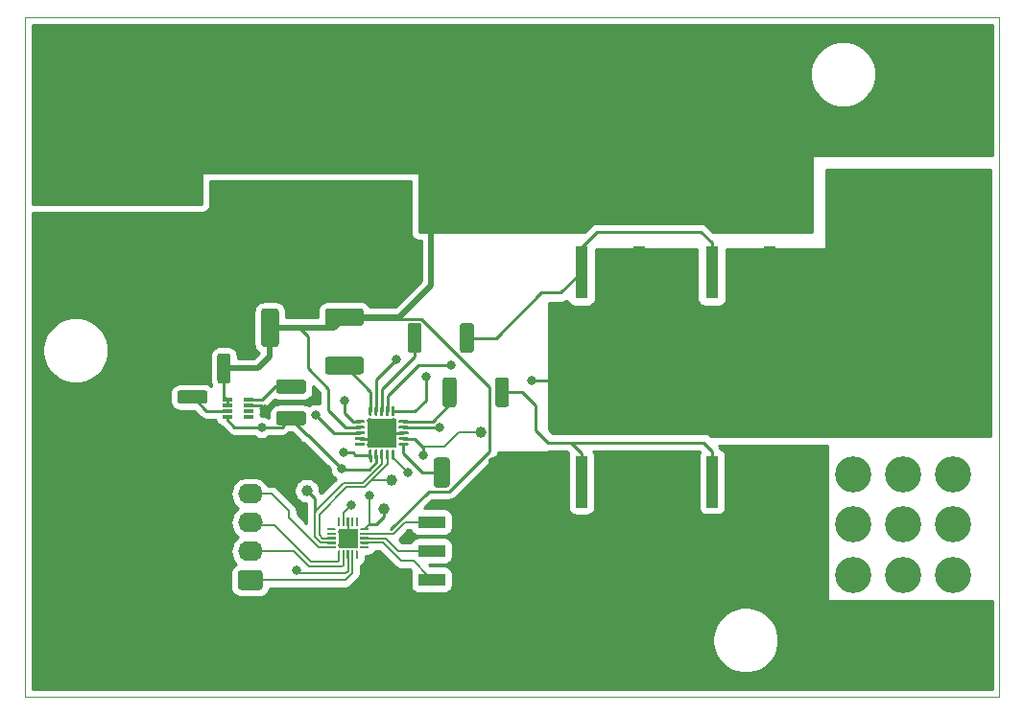
<source format=gbr>
G04 #@! TF.GenerationSoftware,KiCad,Pcbnew,(5.1.9)-1*
G04 #@! TF.CreationDate,2021-06-30T17:08:45-04:00*
G04 #@! TF.ProjectId,Motor Controller 2020,4d6f746f-7220-4436-9f6e-74726f6c6c65,rev?*
G04 #@! TF.SameCoordinates,Original*
G04 #@! TF.FileFunction,Copper,L1,Top*
G04 #@! TF.FilePolarity,Positive*
%FSLAX46Y46*%
G04 Gerber Fmt 4.6, Leading zero omitted, Abs format (unit mm)*
G04 Created by KiCad (PCBNEW (5.1.9)-1) date 2021-06-30 17:08:45*
%MOMM*%
%LPD*%
G01*
G04 APERTURE LIST*
G04 #@! TA.AperFunction,Profile*
%ADD10C,0.050000*%
G04 #@! TD*
G04 #@! TA.AperFunction,ComponentPad*
%ADD11C,3.200000*%
G04 #@! TD*
G04 #@! TA.AperFunction,SMDPad,CuDef*
%ADD12R,2.440000X1.120000*%
G04 #@! TD*
G04 #@! TA.AperFunction,ComponentPad*
%ADD13O,2.190000X1.740000*%
G04 #@! TD*
G04 #@! TA.AperFunction,SMDPad,CuDef*
%ADD14R,2.600000X2.600000*%
G04 #@! TD*
G04 #@! TA.AperFunction,ComponentPad*
%ADD15C,0.500000*%
G04 #@! TD*
G04 #@! TA.AperFunction,SMDPad,CuDef*
%ADD16C,0.150000*%
G04 #@! TD*
G04 #@! TA.AperFunction,SMDPad,CuDef*
%ADD17R,1.700000X1.700000*%
G04 #@! TD*
G04 #@! TA.AperFunction,SMDPad,CuDef*
%ADD18C,1.000000*%
G04 #@! TD*
G04 #@! TA.AperFunction,SMDPad,CuDef*
%ADD19R,0.850000X0.300000*%
G04 #@! TD*
G04 #@! TA.AperFunction,SMDPad,CuDef*
%ADD20R,10.800000X9.400000*%
G04 #@! TD*
G04 #@! TA.AperFunction,SMDPad,CuDef*
%ADD21R,1.100000X4.600000*%
G04 #@! TD*
G04 #@! TA.AperFunction,ViaPad*
%ADD22C,0.800000*%
G04 #@! TD*
G04 #@! TA.AperFunction,Conductor*
%ADD23C,0.250000*%
G04 #@! TD*
G04 #@! TA.AperFunction,Conductor*
%ADD24C,0.200000*%
G04 #@! TD*
G04 #@! TA.AperFunction,Conductor*
%ADD25C,0.508000*%
G04 #@! TD*
G04 #@! TA.AperFunction,Conductor*
%ADD26C,0.254000*%
G04 #@! TD*
G04 #@! TA.AperFunction,Conductor*
%ADD27C,0.150000*%
G04 #@! TD*
G04 APERTURE END LIST*
D10*
X174700000Y-102900000D02*
X174700000Y-42900000D01*
X88700000Y-42900000D02*
X174700000Y-42900000D01*
X88700000Y-102900000D02*
X88700000Y-42900000D01*
X88700000Y-102900000D02*
X174700000Y-102900000D01*
D11*
G04 #@! TO.P,J4,1*
G04 #@! TO.N,MOTOR+*
X166200000Y-65000000D03*
X166200000Y-69435000D03*
X170635000Y-65000000D03*
X166200000Y-60565000D03*
X161765000Y-65000000D03*
X161765000Y-69435000D03*
X161765000Y-60565000D03*
X170635000Y-60565000D03*
X170635000Y-69435000D03*
G04 #@! TD*
D12*
G04 #@! TO.P,SW1,1*
G04 #@! TO.N,GND*
X133205000Y-92540000D03*
G04 #@! TO.P,SW1,4*
G04 #@! TO.N,ADDR_Select_1*
X124595000Y-87460000D03*
G04 #@! TO.P,SW1,2*
G04 #@! TO.N,GND*
X133205000Y-90000000D03*
G04 #@! TO.P,SW1,5*
G04 #@! TO.N,ADDR_Select_2*
X124595000Y-90000000D03*
G04 #@! TO.P,SW1,3*
G04 #@! TO.N,GND*
X133205000Y-87460000D03*
G04 #@! TO.P,SW1,6*
G04 #@! TO.N,ADDR_Select_3*
X124595000Y-92540000D03*
G04 #@! TD*
G04 #@! TO.P,J3,1*
G04 #@! TO.N,A_RESET*
G04 #@! TA.AperFunction,ComponentPad*
G36*
G01*
X109445001Y-93470000D02*
X107754999Y-93470000D01*
G75*
G02*
X107505000Y-93220001I0J249999D01*
G01*
X107505000Y-91979999D01*
G75*
G02*
X107754999Y-91730000I249999J0D01*
G01*
X109445001Y-91730000D01*
G75*
G02*
X109695000Y-91979999I0J-249999D01*
G01*
X109695000Y-93220001D01*
G75*
G02*
X109445001Y-93470000I-249999J0D01*
G01*
G37*
G04 #@! TD.AperFunction*
D13*
G04 #@! TO.P,J3,2*
G04 #@! TO.N,SCK_SCL*
X108600000Y-90060000D03*
G04 #@! TO.P,J3,3*
G04 #@! TO.N,MISO*
X108600000Y-87520000D03*
G04 #@! TO.P,J3,4*
G04 #@! TO.N,SDA_MOSI*
X108600000Y-84980000D03*
G04 #@! TO.P,J3,5*
G04 #@! TO.N,GND*
X108600000Y-82440000D03*
G04 #@! TD*
G04 #@! TO.P,C9,2*
G04 #@! TO.N,GND*
G04 #@! TA.AperFunction,SMDPad,CuDef*
G36*
G01*
X109049997Y-59150000D02*
X118150003Y-59150000D01*
G75*
G02*
X118400000Y-59399997I0J-249997D01*
G01*
X118400000Y-67700003D01*
G75*
G02*
X118150003Y-67950000I-249997J0D01*
G01*
X109049997Y-67950000D01*
G75*
G02*
X108800000Y-67700003I0J249997D01*
G01*
X108800000Y-59399997D01*
G75*
G02*
X109049997Y-59150000I249997J0D01*
G01*
G37*
G04 #@! TD.AperFunction*
G04 #@! TO.P,C9,1*
G04 #@! TO.N,+12V*
G04 #@! TA.AperFunction,SMDPad,CuDef*
G36*
G01*
X109049997Y-45650000D02*
X118150003Y-45650000D01*
G75*
G02*
X118400000Y-45899997I0J-249997D01*
G01*
X118400000Y-54200003D01*
G75*
G02*
X118150003Y-54450000I-249997J0D01*
G01*
X109049997Y-54450000D01*
G75*
G02*
X108800000Y-54200003I0J249997D01*
G01*
X108800000Y-45899997D01*
G75*
G02*
X109049997Y-45650000I249997J0D01*
G01*
G37*
G04 #@! TD.AperFunction*
G04 #@! TD*
D11*
G04 #@! TO.P,J1,1*
G04 #@! TO.N,+12V*
X100828000Y-56135000D03*
X100828000Y-47265000D03*
X91958000Y-47265000D03*
X91958000Y-56135000D03*
X91958000Y-51700000D03*
X96393000Y-47265000D03*
X100828000Y-51700000D03*
X96393000Y-56135000D03*
X96393000Y-51700000D03*
G04 #@! TD*
G04 #@! TO.P,J2,1*
G04 #@! TO.N,GND*
X96400000Y-94100000D03*
X96400000Y-98535000D03*
X100835000Y-94100000D03*
X96400000Y-89665000D03*
X91965000Y-94100000D03*
X91965000Y-98535000D03*
X91965000Y-89665000D03*
X100835000Y-89665000D03*
X100835000Y-98535000D03*
G04 #@! TD*
G04 #@! TO.P,J5,1*
G04 #@! TO.N,MOTOR-*
X170635000Y-92135000D03*
X170635000Y-83265000D03*
X161765000Y-83265000D03*
X161765000Y-92135000D03*
X161765000Y-87700000D03*
X166200000Y-83265000D03*
X170635000Y-87700000D03*
X166200000Y-92135000D03*
X166200000Y-87700000D03*
G04 #@! TD*
G04 #@! TO.P,JP1,1*
G04 #@! TO.N,MOTOR+*
G04 #@! TA.AperFunction,SMDPad,CuDef*
G36*
G01*
X167625001Y-57975000D02*
X164774999Y-57975000D01*
G75*
G02*
X164525000Y-57725001I0J249999D01*
G01*
X164525000Y-56999999D01*
G75*
G02*
X164774999Y-56750000I249999J0D01*
G01*
X167625001Y-56750000D01*
G75*
G02*
X167875000Y-56999999I0J-249999D01*
G01*
X167875000Y-57725001D01*
G75*
G02*
X167625001Y-57975000I-249999J0D01*
G01*
G37*
G04 #@! TD.AperFunction*
G04 #@! TO.P,JP1,2*
G04 #@! TO.N,+12V*
G04 #@! TA.AperFunction,SMDPad,CuDef*
G36*
G01*
X167625001Y-52050000D02*
X164774999Y-52050000D01*
G75*
G02*
X164525000Y-51800001I0J249999D01*
G01*
X164525000Y-51074999D01*
G75*
G02*
X164774999Y-50825000I249999J0D01*
G01*
X167625001Y-50825000D01*
G75*
G02*
X167875000Y-51074999I0J-249999D01*
G01*
X167875000Y-51800001D01*
G75*
G02*
X167625001Y-52050000I-249999J0D01*
G01*
G37*
G04 #@! TD.AperFunction*
G04 #@! TD*
G04 #@! TO.P,R3,1*
G04 #@! TO.N,GHA*
G04 #@! TA.AperFunction,SMDPad,CuDef*
G36*
G01*
X122475000Y-72275001D02*
X122475000Y-70124999D01*
G75*
G02*
X122724999Y-69875000I249999J0D01*
G01*
X123450001Y-69875000D01*
G75*
G02*
X123700000Y-70124999I0J-249999D01*
G01*
X123700000Y-72275001D01*
G75*
G02*
X123450001Y-72525000I-249999J0D01*
G01*
X122724999Y-72525000D01*
G75*
G02*
X122475000Y-72275001I0J249999D01*
G01*
G37*
G04 #@! TD.AperFunction*
G04 #@! TO.P,R3,2*
G04 #@! TO.N,Net-(Q1-Pad1)*
G04 #@! TA.AperFunction,SMDPad,CuDef*
G36*
G01*
X127100000Y-72275001D02*
X127100000Y-70124999D01*
G75*
G02*
X127349999Y-69875000I249999J0D01*
G01*
X128075001Y-69875000D01*
G75*
G02*
X128325000Y-70124999I0J-249999D01*
G01*
X128325000Y-72275001D01*
G75*
G02*
X128075001Y-72525000I-249999J0D01*
G01*
X127349999Y-72525000D01*
G75*
G02*
X127100000Y-72275001I0J249999D01*
G01*
G37*
G04 #@! TD.AperFunction*
G04 #@! TD*
G04 #@! TO.P,R4,2*
G04 #@! TO.N,Net-(Q2-Pad1)*
G04 #@! TA.AperFunction,SMDPad,CuDef*
G36*
G01*
X130200000Y-77075001D02*
X130200000Y-74924999D01*
G75*
G02*
X130449999Y-74675000I249999J0D01*
G01*
X131175001Y-74675000D01*
G75*
G02*
X131425000Y-74924999I0J-249999D01*
G01*
X131425000Y-77075001D01*
G75*
G02*
X131175001Y-77325000I-249999J0D01*
G01*
X130449999Y-77325000D01*
G75*
G02*
X130200000Y-77075001I0J249999D01*
G01*
G37*
G04 #@! TD.AperFunction*
G04 #@! TO.P,R4,1*
G04 #@! TO.N,GLA*
G04 #@! TA.AperFunction,SMDPad,CuDef*
G36*
G01*
X125575000Y-77075001D02*
X125575000Y-74924999D01*
G75*
G02*
X125824999Y-74675000I249999J0D01*
G01*
X126550001Y-74675000D01*
G75*
G02*
X126800000Y-74924999I0J-249999D01*
G01*
X126800000Y-77075001D01*
G75*
G02*
X126550001Y-77325000I-249999J0D01*
G01*
X125824999Y-77325000D01*
G75*
G02*
X125575000Y-77075001I0J249999D01*
G01*
G37*
G04 #@! TD.AperFunction*
G04 #@! TD*
G04 #@! TO.P,C5,1*
G04 #@! TO.N,+12V*
G04 #@! TA.AperFunction,SMDPad,CuDef*
G36*
G01*
X115449998Y-68575000D02*
X118350002Y-68575000D01*
G75*
G02*
X118600000Y-68824998I0J-249998D01*
G01*
X118600000Y-69900002D01*
G75*
G02*
X118350002Y-70150000I-249998J0D01*
G01*
X115449998Y-70150000D01*
G75*
G02*
X115200000Y-69900002I0J249998D01*
G01*
X115200000Y-68824998D01*
G75*
G02*
X115449998Y-68575000I249998J0D01*
G01*
G37*
G04 #@! TD.AperFunction*
G04 #@! TO.P,C5,2*
G04 #@! TO.N,Net-(C5-Pad2)*
G04 #@! TA.AperFunction,SMDPad,CuDef*
G36*
G01*
X115449998Y-72850000D02*
X118350002Y-72850000D01*
G75*
G02*
X118600000Y-73099998I0J-249998D01*
G01*
X118600000Y-74175002D01*
G75*
G02*
X118350002Y-74425000I-249998J0D01*
G01*
X115449998Y-74425000D01*
G75*
G02*
X115200000Y-74175002I0J249998D01*
G01*
X115200000Y-73099998D01*
G75*
G02*
X115449998Y-72850000I249998J0D01*
G01*
G37*
G04 #@! TD.AperFunction*
G04 #@! TD*
G04 #@! TO.P,R1,1*
G04 #@! TO.N,GND*
G04 #@! TA.AperFunction,SMDPad,CuDef*
G36*
G01*
X131000000Y-82024999D02*
X131000000Y-84175001D01*
G75*
G02*
X130750001Y-84425000I-249999J0D01*
G01*
X129849999Y-84425000D01*
G75*
G02*
X129600000Y-84175001I0J249999D01*
G01*
X129600000Y-82024999D01*
G75*
G02*
X129849999Y-81775000I249999J0D01*
G01*
X130750001Y-81775000D01*
G75*
G02*
X131000000Y-82024999I0J-249999D01*
G01*
G37*
G04 #@! TD.AperFunction*
G04 #@! TO.P,R1,2*
G04 #@! TO.N,Net-(R1-Pad2)*
G04 #@! TA.AperFunction,SMDPad,CuDef*
G36*
G01*
X126200000Y-82024999D02*
X126200000Y-84175001D01*
G75*
G02*
X125950001Y-84425000I-249999J0D01*
G01*
X125049999Y-84425000D01*
G75*
G02*
X124800000Y-84175001I0J249999D01*
G01*
X124800000Y-82024999D01*
G75*
G02*
X125049999Y-81775000I249999J0D01*
G01*
X125950001Y-81775000D01*
G75*
G02*
X126200000Y-82024999I0J-249999D01*
G01*
G37*
G04 #@! TD.AperFunction*
G04 #@! TD*
G04 #@! TO.P,U2,1*
G04 #@! TO.N,Net-(R1-Pad2)*
G04 #@! TA.AperFunction,SMDPad,CuDef*
G36*
G01*
X122550000Y-80537500D02*
X122550000Y-80662500D01*
G75*
G02*
X122487500Y-80725000I-62500J0D01*
G01*
X121762500Y-80725000D01*
G75*
G02*
X121700000Y-80662500I0J62500D01*
G01*
X121700000Y-80537500D01*
G75*
G02*
X121762500Y-80475000I62500J0D01*
G01*
X122487500Y-80475000D01*
G75*
G02*
X122550000Y-80537500I0J-62500D01*
G01*
G37*
G04 #@! TD.AperFunction*
G04 #@! TO.P,U2,2*
G04 #@! TO.N,Mode*
G04 #@! TA.AperFunction,SMDPad,CuDef*
G36*
G01*
X122550000Y-80037500D02*
X122550000Y-80162500D01*
G75*
G02*
X122487500Y-80225000I-62500J0D01*
G01*
X121762500Y-80225000D01*
G75*
G02*
X121700000Y-80162500I0J62500D01*
G01*
X121700000Y-80037500D01*
G75*
G02*
X121762500Y-79975000I62500J0D01*
G01*
X122487500Y-79975000D01*
G75*
G02*
X122550000Y-80037500I0J-62500D01*
G01*
G37*
G04 #@! TD.AperFunction*
G04 #@! TO.P,U2,3*
G04 #@! TO.N,GND*
G04 #@! TA.AperFunction,SMDPad,CuDef*
G36*
G01*
X122550000Y-79537500D02*
X122550000Y-79662500D01*
G75*
G02*
X122487500Y-79725000I-62500J0D01*
G01*
X121762500Y-79725000D01*
G75*
G02*
X121700000Y-79662500I0J62500D01*
G01*
X121700000Y-79537500D01*
G75*
G02*
X121762500Y-79475000I62500J0D01*
G01*
X122487500Y-79475000D01*
G75*
G02*
X122550000Y-79537500I0J-62500D01*
G01*
G37*
G04 #@! TD.AperFunction*
G04 #@! TO.P,U2,4*
G04 #@! TO.N,GLB*
G04 #@! TA.AperFunction,SMDPad,CuDef*
G36*
G01*
X122550000Y-79037500D02*
X122550000Y-79162500D01*
G75*
G02*
X122487500Y-79225000I-62500J0D01*
G01*
X121762500Y-79225000D01*
G75*
G02*
X121700000Y-79162500I0J62500D01*
G01*
X121700000Y-79037500D01*
G75*
G02*
X121762500Y-78975000I62500J0D01*
G01*
X122487500Y-78975000D01*
G75*
G02*
X122550000Y-79037500I0J-62500D01*
G01*
G37*
G04 #@! TD.AperFunction*
G04 #@! TO.P,U2,5*
G04 #@! TO.N,GLA*
G04 #@! TA.AperFunction,SMDPad,CuDef*
G36*
G01*
X122550000Y-78537500D02*
X122550000Y-78662500D01*
G75*
G02*
X122487500Y-78725000I-62500J0D01*
G01*
X121762500Y-78725000D01*
G75*
G02*
X121700000Y-78662500I0J62500D01*
G01*
X121700000Y-78537500D01*
G75*
G02*
X121762500Y-78475000I62500J0D01*
G01*
X122487500Y-78475000D01*
G75*
G02*
X122550000Y-78537500I0J-62500D01*
G01*
G37*
G04 #@! TD.AperFunction*
G04 #@! TO.P,U2,6*
G04 #@! TO.N,GHB*
G04 #@! TA.AperFunction,SMDPad,CuDef*
G36*
G01*
X121325000Y-77312500D02*
X121325000Y-78037500D01*
G75*
G02*
X121262500Y-78100000I-62500J0D01*
G01*
X121137500Y-78100000D01*
G75*
G02*
X121075000Y-78037500I0J62500D01*
G01*
X121075000Y-77312500D01*
G75*
G02*
X121137500Y-77250000I62500J0D01*
G01*
X121262500Y-77250000D01*
G75*
G02*
X121325000Y-77312500I0J-62500D01*
G01*
G37*
G04 #@! TD.AperFunction*
G04 #@! TO.P,U2,7*
G04 #@! TO.N,MOTOR-*
G04 #@! TA.AperFunction,SMDPad,CuDef*
G36*
G01*
X120825000Y-77312500D02*
X120825000Y-78037500D01*
G75*
G02*
X120762500Y-78100000I-62500J0D01*
G01*
X120637500Y-78100000D01*
G75*
G02*
X120575000Y-78037500I0J62500D01*
G01*
X120575000Y-77312500D01*
G75*
G02*
X120637500Y-77250000I62500J0D01*
G01*
X120762500Y-77250000D01*
G75*
G02*
X120825000Y-77312500I0J-62500D01*
G01*
G37*
G04 #@! TD.AperFunction*
G04 #@! TO.P,U2,8*
G04 #@! TO.N,GHA*
G04 #@! TA.AperFunction,SMDPad,CuDef*
G36*
G01*
X120325000Y-77312500D02*
X120325000Y-78037500D01*
G75*
G02*
X120262500Y-78100000I-62500J0D01*
G01*
X120137500Y-78100000D01*
G75*
G02*
X120075000Y-78037500I0J62500D01*
G01*
X120075000Y-77312500D01*
G75*
G02*
X120137500Y-77250000I62500J0D01*
G01*
X120262500Y-77250000D01*
G75*
G02*
X120325000Y-77312500I0J-62500D01*
G01*
G37*
G04 #@! TD.AperFunction*
G04 #@! TO.P,U2,9*
G04 #@! TO.N,MOTOR+*
G04 #@! TA.AperFunction,SMDPad,CuDef*
G36*
G01*
X119825000Y-77312500D02*
X119825000Y-78037500D01*
G75*
G02*
X119762500Y-78100000I-62500J0D01*
G01*
X119637500Y-78100000D01*
G75*
G02*
X119575000Y-78037500I0J62500D01*
G01*
X119575000Y-77312500D01*
G75*
G02*
X119637500Y-77250000I62500J0D01*
G01*
X119762500Y-77250000D01*
G75*
G02*
X119825000Y-77312500I0J-62500D01*
G01*
G37*
G04 #@! TD.AperFunction*
G04 #@! TO.P,U2,10*
G04 #@! TO.N,Net-(C5-Pad2)*
G04 #@! TA.AperFunction,SMDPad,CuDef*
G36*
G01*
X119325000Y-77312500D02*
X119325000Y-78037500D01*
G75*
G02*
X119262500Y-78100000I-62500J0D01*
G01*
X119137500Y-78100000D01*
G75*
G02*
X119075000Y-78037500I0J62500D01*
G01*
X119075000Y-77312500D01*
G75*
G02*
X119137500Y-77250000I62500J0D01*
G01*
X119262500Y-77250000D01*
G75*
G02*
X119325000Y-77312500I0J-62500D01*
G01*
G37*
G04 #@! TD.AperFunction*
G04 #@! TO.P,U2,11*
G04 #@! TO.N,Net-(C3-Pad2)*
G04 #@! TA.AperFunction,SMDPad,CuDef*
G36*
G01*
X118700000Y-78537500D02*
X118700000Y-78662500D01*
G75*
G02*
X118637500Y-78725000I-62500J0D01*
G01*
X117912500Y-78725000D01*
G75*
G02*
X117850000Y-78662500I0J62500D01*
G01*
X117850000Y-78537500D01*
G75*
G02*
X117912500Y-78475000I62500J0D01*
G01*
X118637500Y-78475000D01*
G75*
G02*
X118700000Y-78537500I0J-62500D01*
G01*
G37*
G04 #@! TD.AperFunction*
G04 #@! TO.P,U2,12*
G04 #@! TO.N,+12V*
G04 #@! TA.AperFunction,SMDPad,CuDef*
G36*
G01*
X118700000Y-79037500D02*
X118700000Y-79162500D01*
G75*
G02*
X118637500Y-79225000I-62500J0D01*
G01*
X117912500Y-79225000D01*
G75*
G02*
X117850000Y-79162500I0J62500D01*
G01*
X117850000Y-79037500D01*
G75*
G02*
X117912500Y-78975000I62500J0D01*
G01*
X118637500Y-78975000D01*
G75*
G02*
X118700000Y-79037500I0J-62500D01*
G01*
G37*
G04 #@! TD.AperFunction*
G04 #@! TO.P,U2,13*
G04 #@! TO.N,Net-(C3-Pad1)*
G04 #@! TA.AperFunction,SMDPad,CuDef*
G36*
G01*
X118700000Y-79537500D02*
X118700000Y-79662500D01*
G75*
G02*
X118637500Y-79725000I-62500J0D01*
G01*
X117912500Y-79725000D01*
G75*
G02*
X117850000Y-79662500I0J62500D01*
G01*
X117850000Y-79537500D01*
G75*
G02*
X117912500Y-79475000I62500J0D01*
G01*
X118637500Y-79475000D01*
G75*
G02*
X118700000Y-79537500I0J-62500D01*
G01*
G37*
G04 #@! TD.AperFunction*
G04 #@! TO.P,U2,14*
G04 #@! TO.N,GND*
G04 #@! TA.AperFunction,SMDPad,CuDef*
G36*
G01*
X118700000Y-80037500D02*
X118700000Y-80162500D01*
G75*
G02*
X118637500Y-80225000I-62500J0D01*
G01*
X117912500Y-80225000D01*
G75*
G02*
X117850000Y-80162500I0J62500D01*
G01*
X117850000Y-80037500D01*
G75*
G02*
X117912500Y-79975000I62500J0D01*
G01*
X118637500Y-79975000D01*
G75*
G02*
X118700000Y-80037500I0J-62500D01*
G01*
G37*
G04 #@! TD.AperFunction*
G04 #@! TO.P,U2,15*
G04 #@! TO.N,Net-(U2-Pad15)*
G04 #@! TA.AperFunction,SMDPad,CuDef*
G36*
G01*
X118700000Y-80537500D02*
X118700000Y-80662500D01*
G75*
G02*
X118637500Y-80725000I-62500J0D01*
G01*
X117912500Y-80725000D01*
G75*
G02*
X117850000Y-80662500I0J62500D01*
G01*
X117850000Y-80537500D01*
G75*
G02*
X117912500Y-80475000I62500J0D01*
G01*
X118637500Y-80475000D01*
G75*
G02*
X118700000Y-80537500I0J-62500D01*
G01*
G37*
G04 #@! TD.AperFunction*
G04 #@! TO.P,U2,16*
G04 #@! TO.N,Fault*
G04 #@! TA.AperFunction,SMDPad,CuDef*
G36*
G01*
X119325000Y-81162500D02*
X119325000Y-81887500D01*
G75*
G02*
X119262500Y-81950000I-62500J0D01*
G01*
X119137500Y-81950000D01*
G75*
G02*
X119075000Y-81887500I0J62500D01*
G01*
X119075000Y-81162500D01*
G75*
G02*
X119137500Y-81100000I62500J0D01*
G01*
X119262500Y-81100000D01*
G75*
G02*
X119325000Y-81162500I0J-62500D01*
G01*
G37*
G04 #@! TD.AperFunction*
G04 #@! TO.P,U2,17*
G04 #@! TO.N,+5V*
G04 #@! TA.AperFunction,SMDPad,CuDef*
G36*
G01*
X119825000Y-81162500D02*
X119825000Y-81887500D01*
G75*
G02*
X119762500Y-81950000I-62500J0D01*
G01*
X119637500Y-81950000D01*
G75*
G02*
X119575000Y-81887500I0J62500D01*
G01*
X119575000Y-81162500D01*
G75*
G02*
X119637500Y-81100000I62500J0D01*
G01*
X119762500Y-81100000D01*
G75*
G02*
X119825000Y-81162500I0J-62500D01*
G01*
G37*
G04 #@! TD.AperFunction*
G04 #@! TO.P,U2,18*
G04 #@! TO.N,PWM*
G04 #@! TA.AperFunction,SMDPad,CuDef*
G36*
G01*
X120325000Y-81162500D02*
X120325000Y-81887500D01*
G75*
G02*
X120262500Y-81950000I-62500J0D01*
G01*
X120137500Y-81950000D01*
G75*
G02*
X120075000Y-81887500I0J62500D01*
G01*
X120075000Y-81162500D01*
G75*
G02*
X120137500Y-81100000I62500J0D01*
G01*
X120262500Y-81100000D01*
G75*
G02*
X120325000Y-81162500I0J-62500D01*
G01*
G37*
G04 #@! TD.AperFunction*
G04 #@! TO.P,U2,19*
G04 #@! TO.N,Dir*
G04 #@! TA.AperFunction,SMDPad,CuDef*
G36*
G01*
X120825000Y-81162500D02*
X120825000Y-81887500D01*
G75*
G02*
X120762500Y-81950000I-62500J0D01*
G01*
X120637500Y-81950000D01*
G75*
G02*
X120575000Y-81887500I0J62500D01*
G01*
X120575000Y-81162500D01*
G75*
G02*
X120637500Y-81100000I62500J0D01*
G01*
X120762500Y-81100000D01*
G75*
G02*
X120825000Y-81162500I0J-62500D01*
G01*
G37*
G04 #@! TD.AperFunction*
G04 #@! TO.P,U2,20*
G04 #@! TO.N,Net-(C6-Pad1)*
G04 #@! TA.AperFunction,SMDPad,CuDef*
G36*
G01*
X121325000Y-81162500D02*
X121325000Y-81887500D01*
G75*
G02*
X121262500Y-81950000I-62500J0D01*
G01*
X121137500Y-81950000D01*
G75*
G02*
X121075000Y-81887500I0J62500D01*
G01*
X121075000Y-81162500D01*
G75*
G02*
X121137500Y-81100000I62500J0D01*
G01*
X121262500Y-81100000D01*
G75*
G02*
X121325000Y-81162500I0J-62500D01*
G01*
G37*
G04 #@! TD.AperFunction*
D14*
G04 #@! TO.P,U2,21*
G04 #@! TO.N,GND*
X120200000Y-79600000D03*
D15*
X121250000Y-80650000D03*
X119150000Y-80650000D03*
X121250000Y-78550000D03*
X119150000Y-78550000D03*
G04 #@! TD*
G04 #@! TO.P,C4,1*
G04 #@! TO.N,GND*
G04 #@! TA.AperFunction,SMDPad,CuDef*
G36*
G01*
X105275000Y-71750002D02*
X105275000Y-68849998D01*
G75*
G02*
X105524998Y-68600000I249998J0D01*
G01*
X106600002Y-68600000D01*
G75*
G02*
X106850000Y-68849998I0J-249998D01*
G01*
X106850000Y-71750002D01*
G75*
G02*
X106600002Y-72000000I-249998J0D01*
G01*
X105524998Y-72000000D01*
G75*
G02*
X105275000Y-71750002I0J249998D01*
G01*
G37*
G04 #@! TD.AperFunction*
G04 #@! TO.P,C4,2*
G04 #@! TO.N,+12V*
G04 #@! TA.AperFunction,SMDPad,CuDef*
G36*
G01*
X109550000Y-71750002D02*
X109550000Y-68849998D01*
G75*
G02*
X109799998Y-68600000I249998J0D01*
G01*
X110875002Y-68600000D01*
G75*
G02*
X111125000Y-68849998I0J-249998D01*
G01*
X111125000Y-71750002D01*
G75*
G02*
X110875002Y-72000000I-249998J0D01*
G01*
X109799998Y-72000000D01*
G75*
G02*
X109550000Y-71750002I0J249998D01*
G01*
G37*
G04 #@! TD.AperFunction*
G04 #@! TD*
G04 #@! TA.AperFunction,SMDPad,CuDef*
D16*
G04 #@! TO.P,U3,1*
G04 #@! TO.N,Net-(U3-Pad1)*
G36*
X118361956Y-89799039D02*
G01*
X118352577Y-89796194D01*
X118343932Y-89791573D01*
X118336356Y-89785355D01*
X118285645Y-89734644D01*
X118279427Y-89727068D01*
X118274806Y-89718423D01*
X118271961Y-89709044D01*
X118271000Y-89699289D01*
X118271000Y-89650000D01*
X118271961Y-89640245D01*
X118274806Y-89630866D01*
X118279427Y-89622221D01*
X118285645Y-89614645D01*
X118293221Y-89608427D01*
X118301866Y-89603806D01*
X118311245Y-89600961D01*
X118321000Y-89600000D01*
X119021000Y-89600000D01*
X119030755Y-89600961D01*
X119040134Y-89603806D01*
X119048779Y-89608427D01*
X119056355Y-89614645D01*
X119062573Y-89622221D01*
X119067194Y-89630866D01*
X119070039Y-89640245D01*
X119071000Y-89650000D01*
X119071000Y-89750000D01*
X119070039Y-89759755D01*
X119067194Y-89769134D01*
X119062573Y-89777779D01*
X119056355Y-89785355D01*
X119048779Y-89791573D01*
X119040134Y-89796194D01*
X119030755Y-89799039D01*
X119021000Y-89800000D01*
X118371711Y-89800000D01*
X118361956Y-89799039D01*
G37*
G04 #@! TD.AperFunction*
G04 #@! TO.P,U3,2*
G04 #@! TO.N,ADDR_Select_3*
G04 #@! TA.AperFunction,SMDPad,CuDef*
G36*
G01*
X119071000Y-89250000D02*
X119071000Y-89350000D01*
G75*
G02*
X119021000Y-89400000I-50000J0D01*
G01*
X118321000Y-89400000D01*
G75*
G02*
X118271000Y-89350000I0J50000D01*
G01*
X118271000Y-89250000D01*
G75*
G02*
X118321000Y-89200000I50000J0D01*
G01*
X119021000Y-89200000D01*
G75*
G02*
X119071000Y-89250000I0J-50000D01*
G01*
G37*
G04 #@! TD.AperFunction*
G04 #@! TO.P,U3,3*
G04 #@! TO.N,ADDR_Select_2*
G04 #@! TA.AperFunction,SMDPad,CuDef*
G36*
G01*
X119071000Y-88850000D02*
X119071000Y-88950000D01*
G75*
G02*
X119021000Y-89000000I-50000J0D01*
G01*
X118321000Y-89000000D01*
G75*
G02*
X118271000Y-88950000I0J50000D01*
G01*
X118271000Y-88850000D01*
G75*
G02*
X118321000Y-88800000I50000J0D01*
G01*
X119021000Y-88800000D01*
G75*
G02*
X119071000Y-88850000I0J-50000D01*
G01*
G37*
G04 #@! TD.AperFunction*
G04 #@! TO.P,U3,4*
G04 #@! TO.N,ADDR_Select_1*
G04 #@! TA.AperFunction,SMDPad,CuDef*
G36*
G01*
X119071000Y-88450000D02*
X119071000Y-88550000D01*
G75*
G02*
X119021000Y-88600000I-50000J0D01*
G01*
X118321000Y-88600000D01*
G75*
G02*
X118271000Y-88550000I0J50000D01*
G01*
X118271000Y-88450000D01*
G75*
G02*
X118321000Y-88400000I50000J0D01*
G01*
X119021000Y-88400000D01*
G75*
G02*
X119071000Y-88450000I0J-50000D01*
G01*
G37*
G04 #@! TD.AperFunction*
G04 #@! TA.AperFunction,SMDPad,CuDef*
G04 #@! TO.P,U3,5*
G04 #@! TO.N,Fault*
G36*
X118311245Y-88199039D02*
G01*
X118301866Y-88196194D01*
X118293221Y-88191573D01*
X118285645Y-88185355D01*
X118279427Y-88177779D01*
X118274806Y-88169134D01*
X118271961Y-88159755D01*
X118271000Y-88150000D01*
X118271000Y-88100711D01*
X118271961Y-88090956D01*
X118274806Y-88081577D01*
X118279427Y-88072932D01*
X118285645Y-88065356D01*
X118336356Y-88014645D01*
X118343932Y-88008427D01*
X118352577Y-88003806D01*
X118361956Y-88000961D01*
X118371711Y-88000000D01*
X119021000Y-88000000D01*
X119030755Y-88000961D01*
X119040134Y-88003806D01*
X119048779Y-88008427D01*
X119056355Y-88014645D01*
X119062573Y-88022221D01*
X119067194Y-88030866D01*
X119070039Y-88040245D01*
X119071000Y-88050000D01*
X119071000Y-88150000D01*
X119070039Y-88159755D01*
X119067194Y-88169134D01*
X119062573Y-88177779D01*
X119056355Y-88185355D01*
X119048779Y-88191573D01*
X119040134Y-88196194D01*
X119030755Y-88199039D01*
X119021000Y-88200000D01*
X118321000Y-88200000D01*
X118311245Y-88199039D01*
G37*
G04 #@! TD.AperFunction*
G04 #@! TA.AperFunction,SMDPad,CuDef*
G04 #@! TO.P,U3,6*
G04 #@! TO.N,Net-(U3-Pad6)*
G36*
X117961245Y-87849039D02*
G01*
X117951866Y-87846194D01*
X117943221Y-87841573D01*
X117935645Y-87835355D01*
X117929427Y-87827779D01*
X117924806Y-87819134D01*
X117921961Y-87809755D01*
X117921000Y-87800000D01*
X117921000Y-87100000D01*
X117921961Y-87090245D01*
X117924806Y-87080866D01*
X117929427Y-87072221D01*
X117935645Y-87064645D01*
X117943221Y-87058427D01*
X117951866Y-87053806D01*
X117961245Y-87050961D01*
X117971000Y-87050000D01*
X118071000Y-87050000D01*
X118080755Y-87050961D01*
X118090134Y-87053806D01*
X118098779Y-87058427D01*
X118106355Y-87064645D01*
X118112573Y-87072221D01*
X118117194Y-87080866D01*
X118120039Y-87090245D01*
X118121000Y-87100000D01*
X118121000Y-87749289D01*
X118120039Y-87759044D01*
X118117194Y-87768423D01*
X118112573Y-87777068D01*
X118106355Y-87784644D01*
X118055644Y-87835355D01*
X118048068Y-87841573D01*
X118039423Y-87846194D01*
X118030044Y-87849039D01*
X118020289Y-87850000D01*
X117971000Y-87850000D01*
X117961245Y-87849039D01*
G37*
G04 #@! TD.AperFunction*
G04 #@! TO.P,U3,7*
G04 #@! TO.N,Net-(U3-Pad7)*
G04 #@! TA.AperFunction,SMDPad,CuDef*
G36*
G01*
X117721000Y-87100000D02*
X117721000Y-87800000D01*
G75*
G02*
X117671000Y-87850000I-50000J0D01*
G01*
X117571000Y-87850000D01*
G75*
G02*
X117521000Y-87800000I0J50000D01*
G01*
X117521000Y-87100000D01*
G75*
G02*
X117571000Y-87050000I50000J0D01*
G01*
X117671000Y-87050000D01*
G75*
G02*
X117721000Y-87100000I0J-50000D01*
G01*
G37*
G04 #@! TD.AperFunction*
G04 #@! TO.P,U3,8*
G04 #@! TO.N,GND*
G04 #@! TA.AperFunction,SMDPad,CuDef*
G36*
G01*
X117321000Y-87100000D02*
X117321000Y-87800000D01*
G75*
G02*
X117271000Y-87850000I-50000J0D01*
G01*
X117171000Y-87850000D01*
G75*
G02*
X117121000Y-87800000I0J50000D01*
G01*
X117121000Y-87100000D01*
G75*
G02*
X117171000Y-87050000I50000J0D01*
G01*
X117271000Y-87050000D01*
G75*
G02*
X117321000Y-87100000I0J-50000D01*
G01*
G37*
G04 #@! TD.AperFunction*
G04 #@! TO.P,U3,9*
G04 #@! TO.N,Mode*
G04 #@! TA.AperFunction,SMDPad,CuDef*
G36*
G01*
X116921000Y-87100000D02*
X116921000Y-87800000D01*
G75*
G02*
X116871000Y-87850000I-50000J0D01*
G01*
X116771000Y-87850000D01*
G75*
G02*
X116721000Y-87800000I0J50000D01*
G01*
X116721000Y-87100000D01*
G75*
G02*
X116771000Y-87050000I50000J0D01*
G01*
X116871000Y-87050000D01*
G75*
G02*
X116921000Y-87100000I0J-50000D01*
G01*
G37*
G04 #@! TD.AperFunction*
G04 #@! TA.AperFunction,SMDPad,CuDef*
G04 #@! TO.P,U3,10*
G04 #@! TO.N,Net-(U3-Pad10)*
G36*
X116411956Y-87849039D02*
G01*
X116402577Y-87846194D01*
X116393932Y-87841573D01*
X116386356Y-87835355D01*
X116335645Y-87784644D01*
X116329427Y-87777068D01*
X116324806Y-87768423D01*
X116321961Y-87759044D01*
X116321000Y-87749289D01*
X116321000Y-87100000D01*
X116321961Y-87090245D01*
X116324806Y-87080866D01*
X116329427Y-87072221D01*
X116335645Y-87064645D01*
X116343221Y-87058427D01*
X116351866Y-87053806D01*
X116361245Y-87050961D01*
X116371000Y-87050000D01*
X116471000Y-87050000D01*
X116480755Y-87050961D01*
X116490134Y-87053806D01*
X116498779Y-87058427D01*
X116506355Y-87064645D01*
X116512573Y-87072221D01*
X116517194Y-87080866D01*
X116520039Y-87090245D01*
X116521000Y-87100000D01*
X116521000Y-87800000D01*
X116520039Y-87809755D01*
X116517194Y-87819134D01*
X116512573Y-87827779D01*
X116506355Y-87835355D01*
X116498779Y-87841573D01*
X116490134Y-87846194D01*
X116480755Y-87849039D01*
X116471000Y-87850000D01*
X116421711Y-87850000D01*
X116411956Y-87849039D01*
G37*
G04 #@! TD.AperFunction*
G04 #@! TA.AperFunction,SMDPad,CuDef*
G04 #@! TO.P,U3,11*
G04 #@! TO.N,Net-(U3-Pad11)*
G36*
X115411245Y-88199039D02*
G01*
X115401866Y-88196194D01*
X115393221Y-88191573D01*
X115385645Y-88185355D01*
X115379427Y-88177779D01*
X115374806Y-88169134D01*
X115371961Y-88159755D01*
X115371000Y-88150000D01*
X115371000Y-88050000D01*
X115371961Y-88040245D01*
X115374806Y-88030866D01*
X115379427Y-88022221D01*
X115385645Y-88014645D01*
X115393221Y-88008427D01*
X115401866Y-88003806D01*
X115411245Y-88000961D01*
X115421000Y-88000000D01*
X116070289Y-88000000D01*
X116080044Y-88000961D01*
X116089423Y-88003806D01*
X116098068Y-88008427D01*
X116105644Y-88014645D01*
X116156355Y-88065356D01*
X116162573Y-88072932D01*
X116167194Y-88081577D01*
X116170039Y-88090956D01*
X116171000Y-88100711D01*
X116171000Y-88150000D01*
X116170039Y-88159755D01*
X116167194Y-88169134D01*
X116162573Y-88177779D01*
X116156355Y-88185355D01*
X116148779Y-88191573D01*
X116140134Y-88196194D01*
X116130755Y-88199039D01*
X116121000Y-88200000D01*
X115421000Y-88200000D01*
X115411245Y-88199039D01*
G37*
G04 #@! TD.AperFunction*
G04 #@! TO.P,U3,12*
G04 #@! TO.N,Net-(U3-Pad12)*
G04 #@! TA.AperFunction,SMDPad,CuDef*
G36*
G01*
X116171000Y-88450000D02*
X116171000Y-88550000D01*
G75*
G02*
X116121000Y-88600000I-50000J0D01*
G01*
X115421000Y-88600000D01*
G75*
G02*
X115371000Y-88550000I0J50000D01*
G01*
X115371000Y-88450000D01*
G75*
G02*
X115421000Y-88400000I50000J0D01*
G01*
X116121000Y-88400000D01*
G75*
G02*
X116171000Y-88450000I0J-50000D01*
G01*
G37*
G04 #@! TD.AperFunction*
G04 #@! TO.P,U3,13*
G04 #@! TO.N,Dir*
G04 #@! TA.AperFunction,SMDPad,CuDef*
G36*
G01*
X116171000Y-88850000D02*
X116171000Y-88950000D01*
G75*
G02*
X116121000Y-89000000I-50000J0D01*
G01*
X115421000Y-89000000D01*
G75*
G02*
X115371000Y-88950000I0J50000D01*
G01*
X115371000Y-88850000D01*
G75*
G02*
X115421000Y-88800000I50000J0D01*
G01*
X116121000Y-88800000D01*
G75*
G02*
X116171000Y-88850000I0J-50000D01*
G01*
G37*
G04 #@! TD.AperFunction*
G04 #@! TO.P,U3,14*
G04 #@! TO.N,PWM*
G04 #@! TA.AperFunction,SMDPad,CuDef*
G36*
G01*
X116171000Y-89250000D02*
X116171000Y-89350000D01*
G75*
G02*
X116121000Y-89400000I-50000J0D01*
G01*
X115421000Y-89400000D01*
G75*
G02*
X115371000Y-89350000I0J50000D01*
G01*
X115371000Y-89250000D01*
G75*
G02*
X115421000Y-89200000I50000J0D01*
G01*
X116121000Y-89200000D01*
G75*
G02*
X116171000Y-89250000I0J-50000D01*
G01*
G37*
G04 #@! TD.AperFunction*
G04 #@! TA.AperFunction,SMDPad,CuDef*
G04 #@! TO.P,U3,15*
G04 #@! TO.N,SDA_MOSI*
G36*
X115411245Y-89799039D02*
G01*
X115401866Y-89796194D01*
X115393221Y-89791573D01*
X115385645Y-89785355D01*
X115379427Y-89777779D01*
X115374806Y-89769134D01*
X115371961Y-89759755D01*
X115371000Y-89750000D01*
X115371000Y-89650000D01*
X115371961Y-89640245D01*
X115374806Y-89630866D01*
X115379427Y-89622221D01*
X115385645Y-89614645D01*
X115393221Y-89608427D01*
X115401866Y-89603806D01*
X115411245Y-89600961D01*
X115421000Y-89600000D01*
X116121000Y-89600000D01*
X116130755Y-89600961D01*
X116140134Y-89603806D01*
X116148779Y-89608427D01*
X116156355Y-89614645D01*
X116162573Y-89622221D01*
X116167194Y-89630866D01*
X116170039Y-89640245D01*
X116171000Y-89650000D01*
X116171000Y-89699289D01*
X116170039Y-89709044D01*
X116167194Y-89718423D01*
X116162573Y-89727068D01*
X116156355Y-89734644D01*
X116105644Y-89785355D01*
X116098068Y-89791573D01*
X116089423Y-89796194D01*
X116080044Y-89799039D01*
X116070289Y-89800000D01*
X115421000Y-89800000D01*
X115411245Y-89799039D01*
G37*
G04 #@! TD.AperFunction*
G04 #@! TA.AperFunction,SMDPad,CuDef*
G04 #@! TO.P,U3,16*
G04 #@! TO.N,MISO*
G36*
X116361245Y-90749039D02*
G01*
X116351866Y-90746194D01*
X116343221Y-90741573D01*
X116335645Y-90735355D01*
X116329427Y-90727779D01*
X116324806Y-90719134D01*
X116321961Y-90709755D01*
X116321000Y-90700000D01*
X116321000Y-90050711D01*
X116321961Y-90040956D01*
X116324806Y-90031577D01*
X116329427Y-90022932D01*
X116335645Y-90015356D01*
X116386356Y-89964645D01*
X116393932Y-89958427D01*
X116402577Y-89953806D01*
X116411956Y-89950961D01*
X116421711Y-89950000D01*
X116471000Y-89950000D01*
X116480755Y-89950961D01*
X116490134Y-89953806D01*
X116498779Y-89958427D01*
X116506355Y-89964645D01*
X116512573Y-89972221D01*
X116517194Y-89980866D01*
X116520039Y-89990245D01*
X116521000Y-90000000D01*
X116521000Y-90700000D01*
X116520039Y-90709755D01*
X116517194Y-90719134D01*
X116512573Y-90727779D01*
X116506355Y-90735355D01*
X116498779Y-90741573D01*
X116490134Y-90746194D01*
X116480755Y-90749039D01*
X116471000Y-90750000D01*
X116371000Y-90750000D01*
X116361245Y-90749039D01*
G37*
G04 #@! TD.AperFunction*
G04 #@! TO.P,U3,17*
G04 #@! TO.N,SCK_SCL*
G04 #@! TA.AperFunction,SMDPad,CuDef*
G36*
G01*
X116921000Y-90000000D02*
X116921000Y-90700000D01*
G75*
G02*
X116871000Y-90750000I-50000J0D01*
G01*
X116771000Y-90750000D01*
G75*
G02*
X116721000Y-90700000I0J50000D01*
G01*
X116721000Y-90000000D01*
G75*
G02*
X116771000Y-89950000I50000J0D01*
G01*
X116871000Y-89950000D01*
G75*
G02*
X116921000Y-90000000I0J-50000D01*
G01*
G37*
G04 #@! TD.AperFunction*
G04 #@! TO.P,U3,18*
G04 #@! TO.N,+5V*
G04 #@! TA.AperFunction,SMDPad,CuDef*
G36*
G01*
X117321000Y-90000000D02*
X117321000Y-90700000D01*
G75*
G02*
X117271000Y-90750000I-50000J0D01*
G01*
X117171000Y-90750000D01*
G75*
G02*
X117121000Y-90700000I0J50000D01*
G01*
X117121000Y-90000000D01*
G75*
G02*
X117171000Y-89950000I50000J0D01*
G01*
X117271000Y-89950000D01*
G75*
G02*
X117321000Y-90000000I0J-50000D01*
G01*
G37*
G04 #@! TD.AperFunction*
G04 #@! TO.P,U3,19*
G04 #@! TO.N,A_RESET*
G04 #@! TA.AperFunction,SMDPad,CuDef*
G36*
G01*
X117721000Y-90000000D02*
X117721000Y-90700000D01*
G75*
G02*
X117671000Y-90750000I-50000J0D01*
G01*
X117571000Y-90750000D01*
G75*
G02*
X117521000Y-90700000I0J50000D01*
G01*
X117521000Y-90000000D01*
G75*
G02*
X117571000Y-89950000I50000J0D01*
G01*
X117671000Y-89950000D01*
G75*
G02*
X117721000Y-90000000I0J-50000D01*
G01*
G37*
G04 #@! TD.AperFunction*
G04 #@! TA.AperFunction,SMDPad,CuDef*
G04 #@! TO.P,U3,20*
G04 #@! TO.N,Net-(U3-Pad20)*
G36*
X117961245Y-90749039D02*
G01*
X117951866Y-90746194D01*
X117943221Y-90741573D01*
X117935645Y-90735355D01*
X117929427Y-90727779D01*
X117924806Y-90719134D01*
X117921961Y-90709755D01*
X117921000Y-90700000D01*
X117921000Y-90000000D01*
X117921961Y-89990245D01*
X117924806Y-89980866D01*
X117929427Y-89972221D01*
X117935645Y-89964645D01*
X117943221Y-89958427D01*
X117951866Y-89953806D01*
X117961245Y-89950961D01*
X117971000Y-89950000D01*
X118020289Y-89950000D01*
X118030044Y-89950961D01*
X118039423Y-89953806D01*
X118048068Y-89958427D01*
X118055644Y-89964645D01*
X118106355Y-90015356D01*
X118112573Y-90022932D01*
X118117194Y-90031577D01*
X118120039Y-90040956D01*
X118121000Y-90050711D01*
X118121000Y-90700000D01*
X118120039Y-90709755D01*
X118117194Y-90719134D01*
X118112573Y-90727779D01*
X118106355Y-90735355D01*
X118098779Y-90741573D01*
X118090134Y-90746194D01*
X118080755Y-90749039D01*
X118071000Y-90750000D01*
X117971000Y-90750000D01*
X117961245Y-90749039D01*
G37*
G04 #@! TD.AperFunction*
D17*
G04 #@! TO.P,U3,21*
G04 #@! TO.N,GND*
X117221000Y-88900000D03*
D15*
X117821000Y-89500000D03*
X116621000Y-89500000D03*
X117821000Y-88300000D03*
X116621000Y-88300000D03*
G04 #@! TD*
D18*
G04 #@! TO.P,TP1,1*
G04 #@! TO.N,Dir*
X121100000Y-83800000D03*
G04 #@! TD*
G04 #@! TO.P,TP2,1*
G04 #@! TO.N,PWM*
X113600000Y-84700000D03*
G04 #@! TD*
G04 #@! TO.P,TP3,1*
G04 #@! TO.N,Fault*
X120400000Y-86300000D03*
G04 #@! TD*
G04 #@! TO.P,TP4,1*
G04 #@! TO.N,Mode*
X128900000Y-79500000D03*
G04 #@! TD*
G04 #@! TO.P,C1,1*
G04 #@! TO.N,+12V*
G04 #@! TA.AperFunction,SMDPad,CuDef*
G36*
G01*
X106850000Y-72799999D02*
X106850000Y-75000001D01*
G75*
G02*
X106600001Y-75250000I-249999J0D01*
G01*
X105949999Y-75250000D01*
G75*
G02*
X105700000Y-75000001I0J249999D01*
G01*
X105700000Y-72799999D01*
G75*
G02*
X105949999Y-72550000I249999J0D01*
G01*
X106600001Y-72550000D01*
G75*
G02*
X106850000Y-72799999I0J-249999D01*
G01*
G37*
G04 #@! TD.AperFunction*
G04 #@! TO.P,C1,2*
G04 #@! TO.N,GND*
G04 #@! TA.AperFunction,SMDPad,CuDef*
G36*
G01*
X103900000Y-72799999D02*
X103900000Y-75000001D01*
G75*
G02*
X103650001Y-75250000I-249999J0D01*
G01*
X102999999Y-75250000D01*
G75*
G02*
X102750000Y-75000001I0J249999D01*
G01*
X102750000Y-72799999D01*
G75*
G02*
X102999999Y-72550000I249999J0D01*
G01*
X103650001Y-72550000D01*
G75*
G02*
X103900000Y-72799999I0J-249999D01*
G01*
G37*
G04 #@! TD.AperFunction*
G04 #@! TD*
G04 #@! TO.P,C7,1*
G04 #@! TO.N,Net-(C7-Pad1)*
G04 #@! TA.AperFunction,SMDPad,CuDef*
G36*
G01*
X102399999Y-75850000D02*
X104600001Y-75850000D01*
G75*
G02*
X104850000Y-76099999I0J-249999D01*
G01*
X104850000Y-76750001D01*
G75*
G02*
X104600001Y-77000000I-249999J0D01*
G01*
X102399999Y-77000000D01*
G75*
G02*
X102150000Y-76750001I0J249999D01*
G01*
X102150000Y-76099999D01*
G75*
G02*
X102399999Y-75850000I249999J0D01*
G01*
G37*
G04 #@! TD.AperFunction*
G04 #@! TO.P,C7,2*
G04 #@! TO.N,GND*
G04 #@! TA.AperFunction,SMDPad,CuDef*
G36*
G01*
X102399999Y-78800000D02*
X104600001Y-78800000D01*
G75*
G02*
X104850000Y-79049999I0J-249999D01*
G01*
X104850000Y-79700001D01*
G75*
G02*
X104600001Y-79950000I-249999J0D01*
G01*
X102399999Y-79950000D01*
G75*
G02*
X102150000Y-79700001I0J249999D01*
G01*
X102150000Y-79049999D01*
G75*
G02*
X102399999Y-78800000I249999J0D01*
G01*
G37*
G04 #@! TD.AperFunction*
G04 #@! TD*
G04 #@! TO.P,L1,1*
G04 #@! TO.N,Net-(L1-Pad1)*
G04 #@! TA.AperFunction,SMDPad,CuDef*
G36*
G01*
X111125000Y-74875000D02*
X113275000Y-74875000D01*
G75*
G02*
X113525000Y-75125000I0J-250000D01*
G01*
X113525000Y-75875000D01*
G75*
G02*
X113275000Y-76125000I-250000J0D01*
G01*
X111125000Y-76125000D01*
G75*
G02*
X110875000Y-75875000I0J250000D01*
G01*
X110875000Y-75125000D01*
G75*
G02*
X111125000Y-74875000I250000J0D01*
G01*
G37*
G04 #@! TD.AperFunction*
G04 #@! TO.P,L1,2*
G04 #@! TO.N,+5V*
G04 #@! TA.AperFunction,SMDPad,CuDef*
G36*
G01*
X111125000Y-77675000D02*
X113275000Y-77675000D01*
G75*
G02*
X113525000Y-77925000I0J-250000D01*
G01*
X113525000Y-78675000D01*
G75*
G02*
X113275000Y-78925000I-250000J0D01*
G01*
X111125000Y-78925000D01*
G75*
G02*
X110875000Y-78675000I0J250000D01*
G01*
X110875000Y-77925000D01*
G75*
G02*
X111125000Y-77675000I250000J0D01*
G01*
G37*
G04 #@! TD.AperFunction*
G04 #@! TD*
D19*
G04 #@! TO.P,U1,1*
G04 #@! TO.N,+12V*
X106550000Y-76650000D03*
G04 #@! TO.P,U1,2*
X106550000Y-77150000D03*
G04 #@! TO.P,U1,3*
G04 #@! TO.N,Net-(C7-Pad1)*
X106550000Y-77650000D03*
G04 #@! TO.P,U1,4*
G04 #@! TO.N,+5V*
X106550000Y-78150000D03*
G04 #@! TO.P,U1,5*
G04 #@! TO.N,Net-(U1-Pad5)*
X108450000Y-78150000D03*
G04 #@! TO.P,U1,6*
G04 #@! TO.N,Net-(U1-Pad6)*
X108450000Y-77650000D03*
G04 #@! TO.P,U1,7*
G04 #@! TO.N,GND*
X108450000Y-77150000D03*
G04 #@! TO.P,U1,8*
G04 #@! TO.N,Net-(L1-Pad1)*
X108450000Y-76650000D03*
G04 #@! TD*
D20*
G04 #@! TO.P,Q1,2*
G04 #@! TO.N,+12V*
X140335000Y-56226000D03*
D21*
G04 #@! TO.P,Q1,3*
G04 #@! TO.N,MOTOR+*
X142875000Y-65376000D03*
G04 #@! TO.P,Q1,1*
G04 #@! TO.N,Net-(Q1-Pad1)*
X137795000Y-65376000D03*
G04 #@! TD*
D20*
G04 #@! TO.P,Q2,2*
G04 #@! TO.N,MOTOR+*
X140354000Y-74780000D03*
D21*
G04 #@! TO.P,Q2,3*
G04 #@! TO.N,GND*
X142894000Y-83930000D03*
G04 #@! TO.P,Q2,1*
G04 #@! TO.N,Net-(Q2-Pad1)*
X137814000Y-83930000D03*
G04 #@! TD*
G04 #@! TO.P,Q3,1*
G04 #@! TO.N,Net-(Q1-Pad1)*
X149333000Y-65388000D03*
G04 #@! TO.P,Q3,3*
G04 #@! TO.N,MOTOR+*
X154413000Y-65388000D03*
D20*
G04 #@! TO.P,Q3,2*
G04 #@! TO.N,+12V*
X151873000Y-56238000D03*
G04 #@! TD*
D21*
G04 #@! TO.P,Q4,1*
G04 #@! TO.N,Net-(Q2-Pad1)*
X149352000Y-83918000D03*
G04 #@! TO.P,Q4,3*
G04 #@! TO.N,GND*
X154432000Y-83918000D03*
D20*
G04 #@! TO.P,Q4,2*
G04 #@! TO.N,MOTOR+*
X151892000Y-74768000D03*
G04 #@! TD*
D22*
G04 #@! TO.N,GND*
X109900000Y-77500000D03*
X91059000Y-77470000D03*
X92329000Y-77470000D03*
X93599000Y-77470000D03*
X94869000Y-77470000D03*
X96139000Y-77470000D03*
X97409000Y-77470000D03*
X98679000Y-77470000D03*
X99949000Y-77470000D03*
X91059000Y-78740000D03*
X92329000Y-78740000D03*
X93599000Y-78740000D03*
X94869000Y-78740000D03*
X96139000Y-78740000D03*
X97409000Y-78740000D03*
X98679000Y-78740000D03*
X99949000Y-78740000D03*
X91059000Y-80010000D03*
X92329000Y-80010000D03*
X93599000Y-80010000D03*
X94869000Y-80010000D03*
X96139000Y-80010000D03*
X97409000Y-80010000D03*
X98679000Y-80010000D03*
X99949000Y-80010000D03*
X91059000Y-81280000D03*
X92329000Y-81280000D03*
X93599000Y-81280000D03*
X94869000Y-81280000D03*
X96139000Y-81280000D03*
X97409000Y-81280000D03*
X98679000Y-81280000D03*
X99949000Y-81280000D03*
X91059000Y-82550000D03*
X92329000Y-82550000D03*
X93599000Y-82550000D03*
X94869000Y-82550000D03*
X96139000Y-82550000D03*
X97409000Y-82550000D03*
X98679000Y-82550000D03*
X99949000Y-82550000D03*
X91059000Y-83820000D03*
X92329000Y-83820000D03*
X93599000Y-83820000D03*
X94869000Y-83820000D03*
X96139000Y-83820000D03*
X97409000Y-83820000D03*
X98679000Y-83820000D03*
X99949000Y-83820000D03*
X91059000Y-85090000D03*
X92329000Y-85090000D03*
X93599000Y-85090000D03*
X94869000Y-85090000D03*
X96139000Y-85090000D03*
X97409000Y-85090000D03*
X98679000Y-85090000D03*
X99949000Y-85090000D03*
X91059000Y-86360000D03*
X92329000Y-86360000D03*
X93599000Y-86360000D03*
X94869000Y-86360000D03*
X96139000Y-86360000D03*
X97409000Y-86360000D03*
X98679000Y-86360000D03*
X99949000Y-86360000D03*
G04 #@! TO.N,+12V*
X124560000Y-51335000D03*
X125830000Y-51335000D03*
X127100000Y-51335000D03*
X128370000Y-51335000D03*
X129640000Y-51335000D03*
X130910000Y-51335000D03*
X132180000Y-51335000D03*
X133450000Y-51335000D03*
X124560000Y-52605000D03*
X125830000Y-52605000D03*
X127100000Y-52605000D03*
X128370000Y-52605000D03*
X129640000Y-52605000D03*
X130910000Y-52605000D03*
X132180000Y-52605000D03*
X133450000Y-52605000D03*
X124560000Y-53875000D03*
X125830000Y-53875000D03*
X127100000Y-53875000D03*
X128370000Y-53875000D03*
X129640000Y-53875000D03*
X130910000Y-53875000D03*
X132180000Y-53875000D03*
X133450000Y-53875000D03*
X124560000Y-55145000D03*
X125830000Y-55145000D03*
X127100000Y-55145000D03*
X128370000Y-55145000D03*
X129640000Y-55145000D03*
X130910000Y-55145000D03*
X132180000Y-55145000D03*
X133450000Y-55145000D03*
X124560000Y-56415000D03*
X125830000Y-56415000D03*
X127100000Y-56415000D03*
X128370000Y-56415000D03*
X129640000Y-56415000D03*
X130910000Y-56415000D03*
X132180000Y-56415000D03*
X124560000Y-57685000D03*
X125830000Y-57685000D03*
X127100000Y-57685000D03*
X128370000Y-57685000D03*
X129640000Y-57685000D03*
X130910000Y-57685000D03*
X132180000Y-57685000D03*
X133450000Y-57685000D03*
X124560000Y-58955000D03*
X125830000Y-58955000D03*
X127100000Y-58955000D03*
X128370000Y-58955000D03*
X129640000Y-58955000D03*
X130910000Y-58955000D03*
X132180000Y-58955000D03*
X133450000Y-58955000D03*
X124560000Y-60225000D03*
X125830000Y-60225000D03*
X127100000Y-60225000D03*
X128370000Y-60225000D03*
X129640000Y-60225000D03*
X130910000Y-60225000D03*
X132180000Y-60225000D03*
X133450000Y-60225000D03*
X133450000Y-56415000D03*
G04 #@! TO.N,+5V*
X112700000Y-91700000D03*
X109600000Y-79100000D03*
X116650000Y-82750000D03*
G04 #@! TO.N,MOTOR+*
X133400000Y-75000000D03*
X121500000Y-73100000D03*
G04 #@! TO.N,MOTOR-*
X126300000Y-73600000D03*
G04 #@! TO.N,GHB*
X124100000Y-74600000D03*
G04 #@! TO.N,GLB*
X125300000Y-79100000D03*
G04 #@! TO.N,Net-(C3-Pad1)*
X114400000Y-78000000D03*
G04 #@! TO.N,Net-(C3-Pad2)*
X116900000Y-76700000D03*
G04 #@! TO.N,Fault*
X119100000Y-85100000D03*
X116800000Y-81300000D03*
G04 #@! TO.N,Mode*
X123900000Y-81600000D03*
X117500000Y-86000000D03*
G04 #@! TO.N,Net-(C6-Pad1)*
X122500000Y-83100000D03*
G04 #@! TD*
D23*
G04 #@! TO.N,GND*
X119700000Y-80100000D02*
X120200000Y-79600000D01*
X118275000Y-80100000D02*
X119700000Y-80100000D01*
X122125000Y-79600000D02*
X120200000Y-79600000D01*
D24*
X117221000Y-87450000D02*
X117221000Y-88900000D01*
D23*
X109550000Y-77150000D02*
X109900000Y-77500000D01*
X108450000Y-77150000D02*
X109550000Y-77150000D01*
D25*
G04 #@! TO.N,+12V*
X116900000Y-69362500D02*
X121737500Y-69362500D01*
X124560000Y-66540000D02*
X124560000Y-60225000D01*
X121737500Y-69362500D02*
X124560000Y-66540000D01*
D23*
X110000000Y-70300000D02*
X110337500Y-70300000D01*
X124348936Y-84750010D02*
X121023956Y-88074990D01*
X129725001Y-75586811D02*
X129725001Y-81213189D01*
X129725001Y-81213189D02*
X126188180Y-84750010D01*
X123688180Y-69549990D02*
X129725001Y-75586811D01*
X118186820Y-69549990D02*
X123688180Y-69549990D01*
X126188180Y-84750010D02*
X124348936Y-84750010D01*
X118275000Y-79100000D02*
X117000000Y-79100000D01*
X113700000Y-73900000D02*
X115500000Y-75700000D01*
X115500000Y-77600000D02*
X117000000Y-79100000D01*
X115500000Y-75700000D02*
X115500000Y-77600000D01*
D25*
X115962500Y-70300000D02*
X116900000Y-69362500D01*
X109275000Y-73900000D02*
X106275000Y-73900000D01*
X110337500Y-72837500D02*
X109275000Y-73900000D01*
X110337500Y-70300000D02*
X110337500Y-72837500D01*
D23*
X113700000Y-71100000D02*
X112900000Y-70300000D01*
X113700000Y-73900000D02*
X113700000Y-71100000D01*
D25*
X112900000Y-70300000D02*
X115962500Y-70300000D01*
X110337500Y-70300000D02*
X112900000Y-70300000D01*
D23*
X106275000Y-76375000D02*
X106550000Y-76650000D01*
X106275000Y-73900000D02*
X106275000Y-76375000D01*
X106550000Y-77150000D02*
X106550000Y-76650000D01*
G04 #@! TO.N,+5V*
X119700000Y-81525000D02*
X119700000Y-82200000D01*
D24*
X113000000Y-92000000D02*
X112700000Y-91700000D01*
X117000000Y-92000000D02*
X113000000Y-92000000D01*
X117221000Y-91779000D02*
X117000000Y-92000000D01*
X117221000Y-90350000D02*
X117221000Y-91779000D01*
D23*
X113700000Y-79800000D02*
X116650000Y-82750000D01*
X119100000Y-82800000D02*
X119700000Y-82200000D01*
X116700000Y-82800000D02*
X119100000Y-82800000D01*
X113600000Y-79800000D02*
X113700000Y-79800000D01*
X112100000Y-78300000D02*
X113600000Y-79800000D01*
X116650000Y-82750000D02*
X116700000Y-82800000D01*
X106550000Y-78150000D02*
X106550000Y-78450000D01*
X107200000Y-79100000D02*
X109600000Y-79100000D01*
X106550000Y-78450000D02*
X107200000Y-79100000D01*
X111400000Y-79100000D02*
X112200000Y-78300000D01*
X109600000Y-79100000D02*
X111400000Y-79100000D01*
G04 #@! TO.N,Net-(C5-Pad2)*
X119200000Y-75937500D02*
X116900000Y-73637500D01*
X119200000Y-77675000D02*
X119200000Y-75937500D01*
G04 #@! TO.N,MOTOR+*
X139223000Y-75911000D02*
X140354000Y-74780000D01*
X137795000Y-70649000D02*
X137814000Y-70630000D01*
X137814000Y-70630000D02*
X137814000Y-71786000D01*
X140134000Y-75000000D02*
X140354000Y-74780000D01*
X133400000Y-75000000D02*
X140134000Y-75000000D01*
X119700000Y-74900000D02*
X121500000Y-73100000D01*
X119700000Y-77675000D02*
X119700000Y-74900000D01*
G04 #@! TO.N,MOTOR-*
X120700000Y-77675000D02*
X120700000Y-77201978D01*
X120700000Y-77675000D02*
X120700000Y-76300000D01*
X123400000Y-73600000D02*
X126300000Y-73600000D01*
X120700000Y-76300000D02*
X123400000Y-73600000D01*
G04 #@! TO.N,GHA*
X120200000Y-77675000D02*
X120200000Y-75700000D01*
X123087500Y-72812500D02*
X123087500Y-71200000D01*
X120200000Y-75700000D02*
X123087500Y-72812500D01*
G04 #@! TO.N,GLA*
X126187500Y-77112500D02*
X126187500Y-76000000D01*
X124700000Y-78600000D02*
X126187500Y-77112500D01*
X122125000Y-78600000D02*
X124700000Y-78600000D01*
G04 #@! TO.N,GHB*
X121200000Y-77675000D02*
X123125000Y-77675000D01*
X123125000Y-77675000D02*
X124100000Y-76700000D01*
X124100000Y-76700000D02*
X124100000Y-74600000D01*
G04 #@! TO.N,GLB*
X125250010Y-79149990D02*
X125300000Y-79100000D01*
X122125000Y-79100000D02*
X125300000Y-79100000D01*
G04 #@! TO.N,Net-(Q1-Pad1)*
X137795000Y-63211000D02*
X139192000Y-61814000D01*
X139192000Y-61814000D02*
X148336000Y-61814000D01*
X149333000Y-62811000D02*
X149333000Y-65388000D01*
X148336000Y-61814000D02*
X149333000Y-62811000D01*
X135971000Y-67200000D02*
X137795000Y-65376000D01*
X134312500Y-67200000D02*
X135971000Y-67200000D01*
X130312500Y-71200000D02*
X134312500Y-67200000D01*
X127712500Y-71200000D02*
X130312500Y-71200000D01*
G04 #@! TO.N,Net-(Q2-Pad1)*
X149352000Y-81245000D02*
X149352000Y-83918000D01*
X148590000Y-80483000D02*
X149352000Y-81245000D01*
X130812500Y-76000000D02*
X132600000Y-76000000D01*
X132600000Y-76000000D02*
X133800000Y-77200000D01*
X133800000Y-77200000D02*
X133800000Y-79400000D01*
X133800000Y-79400000D02*
X134883000Y-80483000D01*
X138883000Y-80483000D02*
X148590000Y-80483000D01*
X138430000Y-80483000D02*
X138883000Y-80483000D01*
X137814000Y-81414000D02*
X136883000Y-80483000D01*
X137814000Y-83930000D02*
X137814000Y-81414000D01*
X136883000Y-80483000D02*
X138883000Y-80483000D01*
X134883000Y-80483000D02*
X136883000Y-80483000D01*
D24*
G04 #@! TO.N,ADDR_Select_3*
X118671000Y-89300000D02*
X120300000Y-89300000D01*
X120300000Y-89300000D02*
X121900000Y-90900000D01*
X121900000Y-90900000D02*
X123000000Y-90900000D01*
X124302000Y-92202000D02*
X125035000Y-92202000D01*
X123000000Y-90900000D02*
X124302000Y-92202000D01*
G04 #@! TO.N,ADDR_Select_2*
X121700000Y-90000000D02*
X124895000Y-90000000D01*
X120600000Y-88900000D02*
X121700000Y-90000000D01*
X118671000Y-88900000D02*
X120600000Y-88900000D01*
G04 #@! TO.N,ADDR_Select_1*
X118671000Y-88500000D02*
X121200000Y-88500000D01*
X122240000Y-87460000D02*
X124895000Y-87460000D01*
X121200000Y-88500000D02*
X122240000Y-87460000D01*
G04 #@! TO.N,SCK_SCL*
X108600000Y-90060000D02*
X112460000Y-90060000D01*
X112460000Y-90060000D02*
X113800000Y-91400000D01*
X113800000Y-91400000D02*
X116700000Y-91400000D01*
X116821000Y-91279000D02*
X116700000Y-91400000D01*
X116821000Y-90350000D02*
X116821000Y-91279000D01*
G04 #@! TO.N,MISO*
X116421000Y-90350000D02*
X116421000Y-90879000D01*
X116421000Y-90879000D02*
X116300010Y-90999990D01*
X113965688Y-90999990D02*
X110700000Y-87734302D01*
X116300010Y-90999990D02*
X113965688Y-90999990D01*
X108814302Y-87734302D02*
X108600000Y-87520000D01*
X110700000Y-87734302D02*
X108814302Y-87734302D01*
G04 #@! TO.N,SDA_MOSI*
X114634302Y-89700000D02*
X112000000Y-87065698D01*
X115771000Y-89700000D02*
X114634302Y-89700000D01*
X112000000Y-87065698D02*
X112000000Y-86500000D01*
X110480000Y-84980000D02*
X108600000Y-84980000D01*
X112000000Y-86500000D02*
X110480000Y-84980000D01*
G04 #@! TO.N,A_RESET*
X117621000Y-91575802D02*
X117621008Y-91575810D01*
X117621000Y-90350000D02*
X117621000Y-91575802D01*
X117621000Y-91944699D02*
X117621000Y-91575802D01*
X116965699Y-92600000D02*
X117621000Y-91944699D01*
X108600000Y-92600000D02*
X116965699Y-92600000D01*
D23*
G04 #@! TO.N,Net-(C3-Pad1)*
X116000000Y-79600000D02*
X118275000Y-79600000D01*
X114400000Y-78000000D02*
X116000000Y-79600000D01*
G04 #@! TO.N,Net-(C3-Pad2)*
X116900000Y-76700000D02*
X116900000Y-77800000D01*
X117700000Y-78600000D02*
X118275000Y-78600000D01*
X116900000Y-77800000D02*
X117700000Y-78600000D01*
G04 #@! TO.N,Net-(R1-Pad2)*
X122125000Y-80600000D02*
X122125000Y-81425000D01*
X123800000Y-83100000D02*
X125500000Y-83100000D01*
X122125000Y-81425000D02*
X123800000Y-83100000D01*
G04 #@! TO.N,Fault*
X119200000Y-81525000D02*
X119200000Y-82049972D01*
X118325000Y-81525000D02*
X119200000Y-81525000D01*
X117875000Y-81525000D02*
X118325000Y-81525000D01*
D24*
X119100000Y-87671000D02*
X118671000Y-88100000D01*
X119100000Y-85100000D02*
X119100000Y-87671000D01*
D23*
X120400000Y-87000000D02*
X120400000Y-86300000D01*
X119729000Y-87671000D02*
X120400000Y-87000000D01*
X119100000Y-87671000D02*
X119729000Y-87671000D01*
X117650000Y-81300000D02*
X117875000Y-81525000D01*
X116800000Y-81300000D02*
X117650000Y-81300000D01*
G04 #@! TO.N,Mode*
X123900000Y-81600000D02*
X123900000Y-80900000D01*
X123100000Y-80100000D02*
X122500000Y-80100000D01*
X122125000Y-80100000D02*
X122500000Y-80100000D01*
D24*
X116821000Y-87450000D02*
X116821000Y-86679000D01*
X116821000Y-86679000D02*
X117500000Y-86000000D01*
X128900000Y-79500000D02*
X127000000Y-79500000D01*
X125700000Y-80800000D02*
X123800000Y-80800000D01*
X127000000Y-79500000D02*
X125700000Y-80800000D01*
D23*
X123800000Y-80800000D02*
X123100000Y-80100000D01*
X123900000Y-80900000D02*
X123800000Y-80800000D01*
D24*
G04 #@! TO.N,Dir*
X117128988Y-84400010D02*
X118666743Y-84400010D01*
X114700000Y-86828998D02*
X117128988Y-84400010D01*
X120700000Y-82366753D02*
X120700000Y-81525000D01*
X114700000Y-88634302D02*
X114700000Y-86828998D01*
X114965698Y-88900000D02*
X114700000Y-88634302D01*
X115771000Y-88900000D02*
X114965698Y-88900000D01*
X118766752Y-84300001D02*
X118666743Y-84400010D01*
X119266752Y-83800000D02*
X118933376Y-84133376D01*
X121100000Y-83800000D02*
X119266752Y-83800000D01*
X118933376Y-84133376D02*
X120700000Y-82366753D01*
X118666743Y-84400010D02*
X118933376Y-84133376D01*
G04 #@! TO.N,PWM*
X120200000Y-82301054D02*
X118501054Y-84000000D01*
X120200000Y-81525000D02*
X120200000Y-82301054D01*
X116820232Y-84000000D02*
X114300000Y-86520232D01*
X118501054Y-84000000D02*
X116820232Y-84000000D01*
X114300000Y-86520232D02*
X114300000Y-88800000D01*
X114800000Y-89300000D02*
X115771000Y-89300000D01*
X114300000Y-88800000D02*
X114800000Y-89300000D01*
D23*
X114300000Y-85400000D02*
X113600000Y-84700000D01*
X114300000Y-86520232D02*
X114300000Y-85400000D01*
D24*
G04 #@! TO.N,Net-(C6-Pad1)*
X121200000Y-81800000D02*
X121200000Y-81525000D01*
X122500000Y-83100000D02*
X121200000Y-81800000D01*
D23*
G04 #@! TO.N,Net-(C7-Pad1)*
X103500000Y-76425000D02*
X104575000Y-77500000D01*
X104725000Y-77650000D02*
X104575000Y-77500000D01*
X106550000Y-77650000D02*
X104725000Y-77650000D01*
G04 #@! TO.N,Net-(L1-Pad1)*
X111800000Y-75800000D02*
X112100000Y-75500000D01*
X108450000Y-76650000D02*
X109650000Y-76650000D01*
X110800000Y-75500000D02*
X112200000Y-75500000D01*
X109650000Y-76650000D02*
X110800000Y-75500000D01*
G04 #@! TD*
D26*
G04 #@! TO.N,MOTOR+*
X173913000Y-79841816D02*
X158548250Y-79837000D01*
X149201032Y-79837000D01*
X149085175Y-79741919D01*
X148931082Y-79659554D01*
X148763882Y-79608835D01*
X148633567Y-79596000D01*
X148590000Y-79591709D01*
X148546433Y-79596000D01*
X136926567Y-79596000D01*
X136883000Y-79591709D01*
X136839433Y-79596000D01*
X135250408Y-79596000D01*
X134927000Y-79272593D01*
X134927000Y-68087000D01*
X135927433Y-68087000D01*
X135971000Y-68091291D01*
X136014567Y-68087000D01*
X136144882Y-68074165D01*
X136312082Y-68023446D01*
X136466175Y-67941081D01*
X136516577Y-67899717D01*
X136537598Y-67969015D01*
X136608355Y-68101392D01*
X136703578Y-68217422D01*
X136819608Y-68312645D01*
X136951985Y-68383402D01*
X137095622Y-68426974D01*
X137245000Y-68441686D01*
X138345000Y-68441686D01*
X138494378Y-68426974D01*
X138638015Y-68383402D01*
X138770392Y-68312645D01*
X138886422Y-68217422D01*
X138981645Y-68101392D01*
X139052402Y-67969015D01*
X139095974Y-67825378D01*
X139110686Y-67676000D01*
X139110686Y-63327000D01*
X148017314Y-63327000D01*
X148017314Y-67688000D01*
X148032026Y-67837378D01*
X148075598Y-67981015D01*
X148146355Y-68113392D01*
X148241578Y-68229422D01*
X148357608Y-68324645D01*
X148489985Y-68395402D01*
X148633622Y-68438974D01*
X148783000Y-68453686D01*
X149883000Y-68453686D01*
X150032378Y-68438974D01*
X150176015Y-68395402D01*
X150308392Y-68324645D01*
X150424422Y-68229422D01*
X150519645Y-68113392D01*
X150590402Y-67981015D01*
X150633974Y-67837378D01*
X150648686Y-67688000D01*
X150648686Y-63327000D01*
X159300000Y-63327000D01*
X159324776Y-63324560D01*
X159348601Y-63317333D01*
X159370557Y-63305597D01*
X159389803Y-63289803D01*
X159405597Y-63270557D01*
X159417333Y-63248601D01*
X159424560Y-63224776D01*
X159427000Y-63200000D01*
X159427000Y-56327000D01*
X173913001Y-56327000D01*
X173913000Y-79841816D01*
G04 #@! TA.AperFunction,Conductor*
D27*
G36*
X173913000Y-79841816D02*
G01*
X158548250Y-79837000D01*
X149201032Y-79837000D01*
X149085175Y-79741919D01*
X148931082Y-79659554D01*
X148763882Y-79608835D01*
X148633567Y-79596000D01*
X148590000Y-79591709D01*
X148546433Y-79596000D01*
X136926567Y-79596000D01*
X136883000Y-79591709D01*
X136839433Y-79596000D01*
X135250408Y-79596000D01*
X134927000Y-79272593D01*
X134927000Y-68087000D01*
X135927433Y-68087000D01*
X135971000Y-68091291D01*
X136014567Y-68087000D01*
X136144882Y-68074165D01*
X136312082Y-68023446D01*
X136466175Y-67941081D01*
X136516577Y-67899717D01*
X136537598Y-67969015D01*
X136608355Y-68101392D01*
X136703578Y-68217422D01*
X136819608Y-68312645D01*
X136951985Y-68383402D01*
X137095622Y-68426974D01*
X137245000Y-68441686D01*
X138345000Y-68441686D01*
X138494378Y-68426974D01*
X138638015Y-68383402D01*
X138770392Y-68312645D01*
X138886422Y-68217422D01*
X138981645Y-68101392D01*
X139052402Y-67969015D01*
X139095974Y-67825378D01*
X139110686Y-67676000D01*
X139110686Y-63327000D01*
X148017314Y-63327000D01*
X148017314Y-67688000D01*
X148032026Y-67837378D01*
X148075598Y-67981015D01*
X148146355Y-68113392D01*
X148241578Y-68229422D01*
X148357608Y-68324645D01*
X148489985Y-68395402D01*
X148633622Y-68438974D01*
X148783000Y-68453686D01*
X149883000Y-68453686D01*
X150032378Y-68438974D01*
X150176015Y-68395402D01*
X150308392Y-68324645D01*
X150424422Y-68229422D01*
X150519645Y-68113392D01*
X150590402Y-67981015D01*
X150633974Y-67837378D01*
X150648686Y-67688000D01*
X150648686Y-63327000D01*
X159300000Y-63327000D01*
X159324776Y-63324560D01*
X159348601Y-63317333D01*
X159370557Y-63305597D01*
X159389803Y-63289803D01*
X159405597Y-63270557D01*
X159417333Y-63248601D01*
X159424560Y-63224776D01*
X159427000Y-63200000D01*
X159427000Y-56327000D01*
X173913001Y-56327000D01*
X173913000Y-79841816D01*
G37*
G04 #@! TD.AperFunction*
G04 #@! TD*
D26*
G04 #@! TO.N,GND*
X122765000Y-61941000D02*
X122777201Y-62064882D01*
X122813336Y-62184004D01*
X122872017Y-62293787D01*
X122950987Y-62390013D01*
X123047213Y-62468983D01*
X123156996Y-62527664D01*
X123276118Y-62563799D01*
X123400000Y-62576000D01*
X123671001Y-62576000D01*
X123671000Y-66171764D01*
X121369265Y-68473500D01*
X119164246Y-68473500D01*
X119088405Y-68331613D01*
X118977962Y-68197038D01*
X118843387Y-68086595D01*
X118689852Y-68004528D01*
X118523256Y-67953992D01*
X118350002Y-67936928D01*
X115449998Y-67936928D01*
X115276744Y-67953992D01*
X115110148Y-68004528D01*
X114956613Y-68086595D01*
X114822038Y-68197038D01*
X114711595Y-68331613D01*
X114629528Y-68485148D01*
X114578992Y-68651744D01*
X114561928Y-68824998D01*
X114561928Y-69411000D01*
X111763072Y-69411000D01*
X111763072Y-68849998D01*
X111746008Y-68676744D01*
X111695472Y-68510148D01*
X111613405Y-68356613D01*
X111502962Y-68222038D01*
X111368387Y-68111595D01*
X111214852Y-68029528D01*
X111048256Y-67978992D01*
X110875002Y-67961928D01*
X109799998Y-67961928D01*
X109626744Y-67978992D01*
X109460148Y-68029528D01*
X109306613Y-68111595D01*
X109172038Y-68222038D01*
X109061595Y-68356613D01*
X108979528Y-68510148D01*
X108928992Y-68676744D01*
X108911928Y-68849998D01*
X108911928Y-71750002D01*
X108928992Y-71923256D01*
X108979528Y-72089852D01*
X109061595Y-72243387D01*
X109172038Y-72377962D01*
X109306613Y-72488405D01*
X109386603Y-72531161D01*
X108906765Y-73011000D01*
X107488072Y-73011000D01*
X107488072Y-72799999D01*
X107471008Y-72626745D01*
X107420472Y-72460149D01*
X107338405Y-72306613D01*
X107227962Y-72172038D01*
X107093387Y-72061595D01*
X106939851Y-71979528D01*
X106773255Y-71928992D01*
X106600001Y-71911928D01*
X105949999Y-71911928D01*
X105776745Y-71928992D01*
X105610149Y-71979528D01*
X105456613Y-72061595D01*
X105322038Y-72172038D01*
X105211595Y-72306613D01*
X105129528Y-72460149D01*
X105078992Y-72626745D01*
X105061928Y-72799999D01*
X105061928Y-75000001D01*
X105078992Y-75173255D01*
X105129528Y-75339851D01*
X105178476Y-75431426D01*
X105093387Y-75361595D01*
X104939851Y-75279528D01*
X104773255Y-75228992D01*
X104600001Y-75211928D01*
X102399999Y-75211928D01*
X102226745Y-75228992D01*
X102060149Y-75279528D01*
X101906613Y-75361595D01*
X101772038Y-75472038D01*
X101661595Y-75606613D01*
X101579528Y-75760149D01*
X101528992Y-75926745D01*
X101511928Y-76099999D01*
X101511928Y-76750001D01*
X101528992Y-76923255D01*
X101579528Y-77089851D01*
X101661595Y-77243387D01*
X101772038Y-77377962D01*
X101906613Y-77488405D01*
X102060149Y-77570472D01*
X102226745Y-77621008D01*
X102399999Y-77638072D01*
X103638270Y-77638072D01*
X104063997Y-78063799D01*
X104064003Y-78063804D01*
X104161196Y-78160997D01*
X104184999Y-78190001D01*
X104300724Y-78284974D01*
X104432753Y-78355546D01*
X104576014Y-78399003D01*
X104687667Y-78410000D01*
X104687676Y-78410000D01*
X104724999Y-78413676D01*
X104762322Y-78410000D01*
X105497762Y-78410000D01*
X105499188Y-78424482D01*
X105535498Y-78544180D01*
X105594463Y-78654494D01*
X105673815Y-78751185D01*
X105770506Y-78830537D01*
X105880820Y-78889502D01*
X105943002Y-78908365D01*
X106009999Y-78990001D01*
X106039001Y-79013802D01*
X106636200Y-79611002D01*
X106659999Y-79640001D01*
X106775724Y-79734974D01*
X106907753Y-79805546D01*
X107051014Y-79849003D01*
X107162667Y-79860000D01*
X107162677Y-79860000D01*
X107200000Y-79863676D01*
X107237323Y-79860000D01*
X108896289Y-79860000D01*
X108940226Y-79903937D01*
X109109744Y-80017205D01*
X109298102Y-80095226D01*
X109498061Y-80135000D01*
X109701939Y-80135000D01*
X109901898Y-80095226D01*
X110090256Y-80017205D01*
X110259774Y-79903937D01*
X110303711Y-79860000D01*
X111362678Y-79860000D01*
X111400000Y-79863676D01*
X111437322Y-79860000D01*
X111437333Y-79860000D01*
X111548986Y-79849003D01*
X111692247Y-79805546D01*
X111824276Y-79734974D01*
X111940001Y-79640001D01*
X111963803Y-79610998D01*
X112011729Y-79563072D01*
X112288271Y-79563072D01*
X113036200Y-80311002D01*
X113059999Y-80340001D01*
X113175724Y-80434974D01*
X113307753Y-80505546D01*
X113340756Y-80515557D01*
X115615000Y-82789802D01*
X115615000Y-82851939D01*
X115654774Y-83051898D01*
X115732795Y-83240256D01*
X115846063Y-83409774D01*
X115990226Y-83553937D01*
X116132071Y-83648714D01*
X114876416Y-84904370D01*
X114863799Y-84888996D01*
X114863795Y-84888992D01*
X114840001Y-84859999D01*
X114811008Y-84836205D01*
X114735000Y-84760197D01*
X114735000Y-84588212D01*
X114691383Y-84368933D01*
X114605824Y-84162376D01*
X114481612Y-83976480D01*
X114323520Y-83818388D01*
X114137624Y-83694176D01*
X113931067Y-83608617D01*
X113711788Y-83565000D01*
X113488212Y-83565000D01*
X113268933Y-83608617D01*
X113062376Y-83694176D01*
X112876480Y-83818388D01*
X112718388Y-83976480D01*
X112594176Y-84162376D01*
X112508617Y-84368933D01*
X112465000Y-84588212D01*
X112465000Y-84811788D01*
X112508617Y-85031067D01*
X112594176Y-85237624D01*
X112718388Y-85423520D01*
X112876480Y-85581612D01*
X113062376Y-85705824D01*
X113268933Y-85791383D01*
X113488212Y-85835000D01*
X113540001Y-85835000D01*
X113540000Y-86557564D01*
X113550997Y-86669217D01*
X113565000Y-86715380D01*
X113565000Y-87591252D01*
X112735000Y-86761252D01*
X112735000Y-86536105D01*
X112738556Y-86500000D01*
X112724365Y-86355915D01*
X112682337Y-86217366D01*
X112614087Y-86089680D01*
X112554608Y-86017205D01*
X112522238Y-85977762D01*
X112494193Y-85954746D01*
X111025258Y-84485812D01*
X111002238Y-84457762D01*
X110890320Y-84365913D01*
X110762633Y-84297663D01*
X110624085Y-84255635D01*
X110516105Y-84245000D01*
X110480000Y-84241444D01*
X110443895Y-84245000D01*
X110138636Y-84245000D01*
X110082417Y-84139821D01*
X109894345Y-83910655D01*
X109665179Y-83722583D01*
X109403725Y-83582834D01*
X109120032Y-83496776D01*
X108898936Y-83475000D01*
X108301064Y-83475000D01*
X108079968Y-83496776D01*
X107796275Y-83582834D01*
X107534821Y-83722583D01*
X107305655Y-83910655D01*
X107117583Y-84139821D01*
X106977834Y-84401275D01*
X106891776Y-84684968D01*
X106862718Y-84980000D01*
X106891776Y-85275032D01*
X106977834Y-85558725D01*
X107117583Y-85820179D01*
X107305655Y-86049345D01*
X107534821Y-86237417D01*
X107558362Y-86250000D01*
X107534821Y-86262583D01*
X107305655Y-86450655D01*
X107117583Y-86679821D01*
X106977834Y-86941275D01*
X106891776Y-87224968D01*
X106862718Y-87520000D01*
X106891776Y-87815032D01*
X106977834Y-88098725D01*
X107117583Y-88360179D01*
X107305655Y-88589345D01*
X107534821Y-88777417D01*
X107558362Y-88790000D01*
X107534821Y-88802583D01*
X107305655Y-88990655D01*
X107117583Y-89219821D01*
X106977834Y-89481275D01*
X106891776Y-89764968D01*
X106862718Y-90060000D01*
X106891776Y-90355032D01*
X106977834Y-90638725D01*
X107117583Y-90900179D01*
X107305655Y-91129345D01*
X107371114Y-91183066D01*
X107261613Y-91241595D01*
X107127038Y-91352038D01*
X107016595Y-91486613D01*
X106934528Y-91640149D01*
X106883992Y-91806745D01*
X106866928Y-91979999D01*
X106866928Y-93220001D01*
X106883992Y-93393255D01*
X106934528Y-93559851D01*
X107016595Y-93713387D01*
X107127038Y-93847962D01*
X107261613Y-93958405D01*
X107415149Y-94040472D01*
X107581745Y-94091008D01*
X107754999Y-94108072D01*
X109445001Y-94108072D01*
X109618255Y-94091008D01*
X109784851Y-94040472D01*
X109938387Y-93958405D01*
X110072962Y-93847962D01*
X110183405Y-93713387D01*
X110265472Y-93559851D01*
X110316008Y-93393255D01*
X110321746Y-93335000D01*
X116929594Y-93335000D01*
X116965699Y-93338556D01*
X117001804Y-93335000D01*
X117109784Y-93324365D01*
X117248332Y-93282337D01*
X117376019Y-93214087D01*
X117487937Y-93122238D01*
X117510957Y-93094188D01*
X118115197Y-92489949D01*
X118143237Y-92466937D01*
X118166250Y-92438896D01*
X118166253Y-92438893D01*
X118235087Y-92355019D01*
X118303337Y-92227333D01*
X118345365Y-92088784D01*
X118359556Y-91944699D01*
X118356000Y-91908594D01*
X118356000Y-91611985D01*
X118359563Y-91575809D01*
X118356000Y-91539633D01*
X118356000Y-91323386D01*
X118390927Y-91308919D01*
X118399572Y-91304298D01*
X118503589Y-91234792D01*
X118511165Y-91228574D01*
X118599574Y-91140165D01*
X118605792Y-91132589D01*
X118675298Y-91028572D01*
X118679919Y-91019927D01*
X118727792Y-90904351D01*
X118730637Y-90894972D01*
X118755037Y-90772311D01*
X118755998Y-90762556D01*
X118759072Y-90700000D01*
X118759072Y-90438072D01*
X119021000Y-90438072D01*
X119083556Y-90434998D01*
X119093311Y-90434037D01*
X119215972Y-90409637D01*
X119225351Y-90406792D01*
X119340927Y-90358919D01*
X119349572Y-90354298D01*
X119453589Y-90284792D01*
X119461165Y-90278574D01*
X119549574Y-90190165D01*
X119555792Y-90182589D01*
X119625298Y-90078572D01*
X119629919Y-90069927D01*
X119644386Y-90035000D01*
X119995554Y-90035000D01*
X121354746Y-91394193D01*
X121377762Y-91422238D01*
X121445263Y-91477635D01*
X121489680Y-91514087D01*
X121617366Y-91582337D01*
X121755915Y-91624365D01*
X121900000Y-91638556D01*
X121936105Y-91635000D01*
X122695554Y-91635000D01*
X122789286Y-91728733D01*
X122785498Y-91735820D01*
X122749188Y-91855518D01*
X122736928Y-91980000D01*
X122736928Y-93100000D01*
X122749188Y-93224482D01*
X122785498Y-93344180D01*
X122844463Y-93454494D01*
X122923815Y-93551185D01*
X123020506Y-93630537D01*
X123130820Y-93689502D01*
X123250518Y-93725812D01*
X123375000Y-93738072D01*
X125815000Y-93738072D01*
X125939482Y-93725812D01*
X126059180Y-93689502D01*
X126169494Y-93630537D01*
X126266185Y-93551185D01*
X126345537Y-93454494D01*
X126404502Y-93344180D01*
X126440812Y-93224482D01*
X126453072Y-93100000D01*
X126453072Y-91980000D01*
X126440812Y-91855518D01*
X126404502Y-91735820D01*
X126345537Y-91625506D01*
X126266185Y-91528815D01*
X126169494Y-91449463D01*
X126059180Y-91390498D01*
X125939482Y-91354188D01*
X125815000Y-91341928D01*
X124481375Y-91341928D01*
X124337519Y-91198072D01*
X125815000Y-91198072D01*
X125939482Y-91185812D01*
X126059180Y-91149502D01*
X126169494Y-91090537D01*
X126266185Y-91011185D01*
X126345537Y-90914494D01*
X126404502Y-90804180D01*
X126440812Y-90684482D01*
X126453072Y-90560000D01*
X126453072Y-89440000D01*
X126440812Y-89315518D01*
X126404502Y-89195820D01*
X126345537Y-89085506D01*
X126266185Y-88988815D01*
X126169494Y-88909463D01*
X126059180Y-88850498D01*
X125939482Y-88814188D01*
X125815000Y-88801928D01*
X123375000Y-88801928D01*
X123250518Y-88814188D01*
X123130820Y-88850498D01*
X123020506Y-88909463D01*
X122923815Y-88988815D01*
X122844463Y-89085506D01*
X122785498Y-89195820D01*
X122764512Y-89265000D01*
X122004447Y-89265000D01*
X121740019Y-89000572D01*
X121745258Y-88994188D01*
X122544447Y-88195000D01*
X122764512Y-88195000D01*
X122785498Y-88264180D01*
X122844463Y-88374494D01*
X122923815Y-88471185D01*
X123020506Y-88550537D01*
X123130820Y-88609502D01*
X123250518Y-88645812D01*
X123375000Y-88658072D01*
X125815000Y-88658072D01*
X125939482Y-88645812D01*
X126059180Y-88609502D01*
X126169494Y-88550537D01*
X126266185Y-88471185D01*
X126345537Y-88374494D01*
X126404502Y-88264180D01*
X126440812Y-88144482D01*
X126453072Y-88020000D01*
X126453072Y-86900000D01*
X126440812Y-86775518D01*
X126404502Y-86655820D01*
X126345537Y-86545506D01*
X126266185Y-86448815D01*
X126169494Y-86369463D01*
X126059180Y-86310498D01*
X125939482Y-86274188D01*
X125815000Y-86261928D01*
X123911820Y-86261928D01*
X124663738Y-85510010D01*
X126150858Y-85510010D01*
X126188180Y-85513686D01*
X126225502Y-85510010D01*
X126225513Y-85510010D01*
X126337166Y-85499013D01*
X126480427Y-85455556D01*
X126612456Y-85384984D01*
X126728181Y-85290011D01*
X126751984Y-85261007D01*
X130236004Y-81776988D01*
X130265002Y-81753190D01*
X130359975Y-81637465D01*
X130430547Y-81505436D01*
X130474004Y-81362175D01*
X130477468Y-81327000D01*
X134800000Y-81327000D01*
X134824776Y-81324560D01*
X134848601Y-81317333D01*
X134870557Y-81305597D01*
X134889803Y-81289803D01*
X134905597Y-81270557D01*
X134917333Y-81248601D01*
X134918992Y-81243131D01*
X134920322Y-81243000D01*
X136568199Y-81243000D01*
X136687219Y-81362021D01*
X136674498Y-81385820D01*
X136638188Y-81505518D01*
X136625928Y-81630000D01*
X136625928Y-86230000D01*
X136638188Y-86354482D01*
X136674498Y-86474180D01*
X136733463Y-86584494D01*
X136812815Y-86681185D01*
X136909506Y-86760537D01*
X137019820Y-86819502D01*
X137139518Y-86855812D01*
X137264000Y-86868072D01*
X138364000Y-86868072D01*
X138488482Y-86855812D01*
X138608180Y-86819502D01*
X138718494Y-86760537D01*
X138815185Y-86681185D01*
X138894537Y-86584494D01*
X138953502Y-86474180D01*
X138989812Y-86354482D01*
X139002072Y-86230000D01*
X139002072Y-81630000D01*
X138989812Y-81505518D01*
X138953502Y-81385820D01*
X138894537Y-81275506D01*
X138867860Y-81243000D01*
X148275199Y-81243000D01*
X148282390Y-81250191D01*
X148271463Y-81263506D01*
X148212498Y-81373820D01*
X148176188Y-81493518D01*
X148163928Y-81618000D01*
X148163928Y-86218000D01*
X148176188Y-86342482D01*
X148212498Y-86462180D01*
X148271463Y-86572494D01*
X148350815Y-86669185D01*
X148447506Y-86748537D01*
X148557820Y-86807502D01*
X148677518Y-86843812D01*
X148802000Y-86856072D01*
X149902000Y-86856072D01*
X150026482Y-86843812D01*
X150146180Y-86807502D01*
X150256494Y-86748537D01*
X150353185Y-86669185D01*
X150432537Y-86572494D01*
X150491502Y-86462180D01*
X150527812Y-86342482D01*
X150540072Y-86218000D01*
X150540072Y-81618000D01*
X150527812Y-81493518D01*
X150491502Y-81373820D01*
X150432537Y-81263506D01*
X150353185Y-81166815D01*
X150256494Y-81087463D01*
X150146180Y-81028498D01*
X150073869Y-81006563D01*
X150057546Y-80952753D01*
X149986974Y-80820724D01*
X149909236Y-80726000D01*
X158547971Y-80726000D01*
X159473000Y-80726290D01*
X159473000Y-94300000D01*
X159475440Y-94324776D01*
X159482667Y-94348601D01*
X159494403Y-94370557D01*
X159510197Y-94389803D01*
X159529443Y-94405597D01*
X159551399Y-94417333D01*
X159575224Y-94424560D01*
X159600000Y-94427000D01*
X174040000Y-94427000D01*
X174040000Y-102240000D01*
X89360000Y-102240000D01*
X89360000Y-97611716D01*
X149373000Y-97611716D01*
X149373000Y-98188284D01*
X149485482Y-98753775D01*
X149706126Y-99286455D01*
X150026450Y-99765854D01*
X150434146Y-100173550D01*
X150913545Y-100493874D01*
X151446225Y-100714518D01*
X152011716Y-100827000D01*
X152588284Y-100827000D01*
X153153775Y-100714518D01*
X153686455Y-100493874D01*
X154165854Y-100173550D01*
X154573550Y-99765854D01*
X154893874Y-99286455D01*
X155114518Y-98753775D01*
X155227000Y-98188284D01*
X155227000Y-97611716D01*
X155114518Y-97046225D01*
X154893874Y-96513545D01*
X154573550Y-96034146D01*
X154165854Y-95626450D01*
X153686455Y-95306126D01*
X153153775Y-95085482D01*
X152588284Y-94973000D01*
X152011716Y-94973000D01*
X151446225Y-95085482D01*
X150913545Y-95306126D01*
X150434146Y-95626450D01*
X150026450Y-96034146D01*
X149706126Y-96513545D01*
X149485482Y-97046225D01*
X149373000Y-97611716D01*
X89360000Y-97611716D01*
X89360000Y-72011716D01*
X90273000Y-72011716D01*
X90273000Y-72588284D01*
X90385482Y-73153775D01*
X90606126Y-73686455D01*
X90926450Y-74165854D01*
X91334146Y-74573550D01*
X91813545Y-74893874D01*
X92346225Y-75114518D01*
X92911716Y-75227000D01*
X93488284Y-75227000D01*
X94053775Y-75114518D01*
X94586455Y-74893874D01*
X95065854Y-74573550D01*
X95473550Y-74165854D01*
X95793874Y-73686455D01*
X96014518Y-73153775D01*
X96127000Y-72588284D01*
X96127000Y-72011716D01*
X96014518Y-71446225D01*
X95793874Y-70913545D01*
X95473550Y-70434146D01*
X95065854Y-70026450D01*
X94586455Y-69706126D01*
X94053775Y-69485482D01*
X93488284Y-69373000D01*
X92911716Y-69373000D01*
X92346225Y-69485482D01*
X91813545Y-69706126D01*
X91334146Y-70026450D01*
X90926450Y-70434146D01*
X90606126Y-70913545D01*
X90385482Y-71446225D01*
X90273000Y-72011716D01*
X89360000Y-72011716D01*
X89360000Y-60135000D01*
X104400000Y-60135000D01*
X104523882Y-60122799D01*
X104643004Y-60086664D01*
X104752787Y-60027983D01*
X104849013Y-59949013D01*
X104927983Y-59852787D01*
X104986664Y-59743004D01*
X105022799Y-59623882D01*
X105035000Y-59500000D01*
X105035000Y-57335000D01*
X122765000Y-57335000D01*
X122765000Y-61941000D01*
G04 #@! TA.AperFunction,Conductor*
D27*
G36*
X122765000Y-61941000D02*
G01*
X122777201Y-62064882D01*
X122813336Y-62184004D01*
X122872017Y-62293787D01*
X122950987Y-62390013D01*
X123047213Y-62468983D01*
X123156996Y-62527664D01*
X123276118Y-62563799D01*
X123400000Y-62576000D01*
X123671001Y-62576000D01*
X123671000Y-66171764D01*
X121369265Y-68473500D01*
X119164246Y-68473500D01*
X119088405Y-68331613D01*
X118977962Y-68197038D01*
X118843387Y-68086595D01*
X118689852Y-68004528D01*
X118523256Y-67953992D01*
X118350002Y-67936928D01*
X115449998Y-67936928D01*
X115276744Y-67953992D01*
X115110148Y-68004528D01*
X114956613Y-68086595D01*
X114822038Y-68197038D01*
X114711595Y-68331613D01*
X114629528Y-68485148D01*
X114578992Y-68651744D01*
X114561928Y-68824998D01*
X114561928Y-69411000D01*
X111763072Y-69411000D01*
X111763072Y-68849998D01*
X111746008Y-68676744D01*
X111695472Y-68510148D01*
X111613405Y-68356613D01*
X111502962Y-68222038D01*
X111368387Y-68111595D01*
X111214852Y-68029528D01*
X111048256Y-67978992D01*
X110875002Y-67961928D01*
X109799998Y-67961928D01*
X109626744Y-67978992D01*
X109460148Y-68029528D01*
X109306613Y-68111595D01*
X109172038Y-68222038D01*
X109061595Y-68356613D01*
X108979528Y-68510148D01*
X108928992Y-68676744D01*
X108911928Y-68849998D01*
X108911928Y-71750002D01*
X108928992Y-71923256D01*
X108979528Y-72089852D01*
X109061595Y-72243387D01*
X109172038Y-72377962D01*
X109306613Y-72488405D01*
X109386603Y-72531161D01*
X108906765Y-73011000D01*
X107488072Y-73011000D01*
X107488072Y-72799999D01*
X107471008Y-72626745D01*
X107420472Y-72460149D01*
X107338405Y-72306613D01*
X107227962Y-72172038D01*
X107093387Y-72061595D01*
X106939851Y-71979528D01*
X106773255Y-71928992D01*
X106600001Y-71911928D01*
X105949999Y-71911928D01*
X105776745Y-71928992D01*
X105610149Y-71979528D01*
X105456613Y-72061595D01*
X105322038Y-72172038D01*
X105211595Y-72306613D01*
X105129528Y-72460149D01*
X105078992Y-72626745D01*
X105061928Y-72799999D01*
X105061928Y-75000001D01*
X105078992Y-75173255D01*
X105129528Y-75339851D01*
X105178476Y-75431426D01*
X105093387Y-75361595D01*
X104939851Y-75279528D01*
X104773255Y-75228992D01*
X104600001Y-75211928D01*
X102399999Y-75211928D01*
X102226745Y-75228992D01*
X102060149Y-75279528D01*
X101906613Y-75361595D01*
X101772038Y-75472038D01*
X101661595Y-75606613D01*
X101579528Y-75760149D01*
X101528992Y-75926745D01*
X101511928Y-76099999D01*
X101511928Y-76750001D01*
X101528992Y-76923255D01*
X101579528Y-77089851D01*
X101661595Y-77243387D01*
X101772038Y-77377962D01*
X101906613Y-77488405D01*
X102060149Y-77570472D01*
X102226745Y-77621008D01*
X102399999Y-77638072D01*
X103638270Y-77638072D01*
X104063997Y-78063799D01*
X104064003Y-78063804D01*
X104161196Y-78160997D01*
X104184999Y-78190001D01*
X104300724Y-78284974D01*
X104432753Y-78355546D01*
X104576014Y-78399003D01*
X104687667Y-78410000D01*
X104687676Y-78410000D01*
X104724999Y-78413676D01*
X104762322Y-78410000D01*
X105497762Y-78410000D01*
X105499188Y-78424482D01*
X105535498Y-78544180D01*
X105594463Y-78654494D01*
X105673815Y-78751185D01*
X105770506Y-78830537D01*
X105880820Y-78889502D01*
X105943002Y-78908365D01*
X106009999Y-78990001D01*
X106039001Y-79013802D01*
X106636200Y-79611002D01*
X106659999Y-79640001D01*
X106775724Y-79734974D01*
X106907753Y-79805546D01*
X107051014Y-79849003D01*
X107162667Y-79860000D01*
X107162677Y-79860000D01*
X107200000Y-79863676D01*
X107237323Y-79860000D01*
X108896289Y-79860000D01*
X108940226Y-79903937D01*
X109109744Y-80017205D01*
X109298102Y-80095226D01*
X109498061Y-80135000D01*
X109701939Y-80135000D01*
X109901898Y-80095226D01*
X110090256Y-80017205D01*
X110259774Y-79903937D01*
X110303711Y-79860000D01*
X111362678Y-79860000D01*
X111400000Y-79863676D01*
X111437322Y-79860000D01*
X111437333Y-79860000D01*
X111548986Y-79849003D01*
X111692247Y-79805546D01*
X111824276Y-79734974D01*
X111940001Y-79640001D01*
X111963803Y-79610998D01*
X112011729Y-79563072D01*
X112288271Y-79563072D01*
X113036200Y-80311002D01*
X113059999Y-80340001D01*
X113175724Y-80434974D01*
X113307753Y-80505546D01*
X113340756Y-80515557D01*
X115615000Y-82789802D01*
X115615000Y-82851939D01*
X115654774Y-83051898D01*
X115732795Y-83240256D01*
X115846063Y-83409774D01*
X115990226Y-83553937D01*
X116132071Y-83648714D01*
X114876416Y-84904370D01*
X114863799Y-84888996D01*
X114863795Y-84888992D01*
X114840001Y-84859999D01*
X114811008Y-84836205D01*
X114735000Y-84760197D01*
X114735000Y-84588212D01*
X114691383Y-84368933D01*
X114605824Y-84162376D01*
X114481612Y-83976480D01*
X114323520Y-83818388D01*
X114137624Y-83694176D01*
X113931067Y-83608617D01*
X113711788Y-83565000D01*
X113488212Y-83565000D01*
X113268933Y-83608617D01*
X113062376Y-83694176D01*
X112876480Y-83818388D01*
X112718388Y-83976480D01*
X112594176Y-84162376D01*
X112508617Y-84368933D01*
X112465000Y-84588212D01*
X112465000Y-84811788D01*
X112508617Y-85031067D01*
X112594176Y-85237624D01*
X112718388Y-85423520D01*
X112876480Y-85581612D01*
X113062376Y-85705824D01*
X113268933Y-85791383D01*
X113488212Y-85835000D01*
X113540001Y-85835000D01*
X113540000Y-86557564D01*
X113550997Y-86669217D01*
X113565000Y-86715380D01*
X113565000Y-87591252D01*
X112735000Y-86761252D01*
X112735000Y-86536105D01*
X112738556Y-86500000D01*
X112724365Y-86355915D01*
X112682337Y-86217366D01*
X112614087Y-86089680D01*
X112554608Y-86017205D01*
X112522238Y-85977762D01*
X112494193Y-85954746D01*
X111025258Y-84485812D01*
X111002238Y-84457762D01*
X110890320Y-84365913D01*
X110762633Y-84297663D01*
X110624085Y-84255635D01*
X110516105Y-84245000D01*
X110480000Y-84241444D01*
X110443895Y-84245000D01*
X110138636Y-84245000D01*
X110082417Y-84139821D01*
X109894345Y-83910655D01*
X109665179Y-83722583D01*
X109403725Y-83582834D01*
X109120032Y-83496776D01*
X108898936Y-83475000D01*
X108301064Y-83475000D01*
X108079968Y-83496776D01*
X107796275Y-83582834D01*
X107534821Y-83722583D01*
X107305655Y-83910655D01*
X107117583Y-84139821D01*
X106977834Y-84401275D01*
X106891776Y-84684968D01*
X106862718Y-84980000D01*
X106891776Y-85275032D01*
X106977834Y-85558725D01*
X107117583Y-85820179D01*
X107305655Y-86049345D01*
X107534821Y-86237417D01*
X107558362Y-86250000D01*
X107534821Y-86262583D01*
X107305655Y-86450655D01*
X107117583Y-86679821D01*
X106977834Y-86941275D01*
X106891776Y-87224968D01*
X106862718Y-87520000D01*
X106891776Y-87815032D01*
X106977834Y-88098725D01*
X107117583Y-88360179D01*
X107305655Y-88589345D01*
X107534821Y-88777417D01*
X107558362Y-88790000D01*
X107534821Y-88802583D01*
X107305655Y-88990655D01*
X107117583Y-89219821D01*
X106977834Y-89481275D01*
X106891776Y-89764968D01*
X106862718Y-90060000D01*
X106891776Y-90355032D01*
X106977834Y-90638725D01*
X107117583Y-90900179D01*
X107305655Y-91129345D01*
X107371114Y-91183066D01*
X107261613Y-91241595D01*
X107127038Y-91352038D01*
X107016595Y-91486613D01*
X106934528Y-91640149D01*
X106883992Y-91806745D01*
X106866928Y-91979999D01*
X106866928Y-93220001D01*
X106883992Y-93393255D01*
X106934528Y-93559851D01*
X107016595Y-93713387D01*
X107127038Y-93847962D01*
X107261613Y-93958405D01*
X107415149Y-94040472D01*
X107581745Y-94091008D01*
X107754999Y-94108072D01*
X109445001Y-94108072D01*
X109618255Y-94091008D01*
X109784851Y-94040472D01*
X109938387Y-93958405D01*
X110072962Y-93847962D01*
X110183405Y-93713387D01*
X110265472Y-93559851D01*
X110316008Y-93393255D01*
X110321746Y-93335000D01*
X116929594Y-93335000D01*
X116965699Y-93338556D01*
X117001804Y-93335000D01*
X117109784Y-93324365D01*
X117248332Y-93282337D01*
X117376019Y-93214087D01*
X117487937Y-93122238D01*
X117510957Y-93094188D01*
X118115197Y-92489949D01*
X118143237Y-92466937D01*
X118166250Y-92438896D01*
X118166253Y-92438893D01*
X118235087Y-92355019D01*
X118303337Y-92227333D01*
X118345365Y-92088784D01*
X118359556Y-91944699D01*
X118356000Y-91908594D01*
X118356000Y-91611985D01*
X118359563Y-91575809D01*
X118356000Y-91539633D01*
X118356000Y-91323386D01*
X118390927Y-91308919D01*
X118399572Y-91304298D01*
X118503589Y-91234792D01*
X118511165Y-91228574D01*
X118599574Y-91140165D01*
X118605792Y-91132589D01*
X118675298Y-91028572D01*
X118679919Y-91019927D01*
X118727792Y-90904351D01*
X118730637Y-90894972D01*
X118755037Y-90772311D01*
X118755998Y-90762556D01*
X118759072Y-90700000D01*
X118759072Y-90438072D01*
X119021000Y-90438072D01*
X119083556Y-90434998D01*
X119093311Y-90434037D01*
X119215972Y-90409637D01*
X119225351Y-90406792D01*
X119340927Y-90358919D01*
X119349572Y-90354298D01*
X119453589Y-90284792D01*
X119461165Y-90278574D01*
X119549574Y-90190165D01*
X119555792Y-90182589D01*
X119625298Y-90078572D01*
X119629919Y-90069927D01*
X119644386Y-90035000D01*
X119995554Y-90035000D01*
X121354746Y-91394193D01*
X121377762Y-91422238D01*
X121445263Y-91477635D01*
X121489680Y-91514087D01*
X121617366Y-91582337D01*
X121755915Y-91624365D01*
X121900000Y-91638556D01*
X121936105Y-91635000D01*
X122695554Y-91635000D01*
X122789286Y-91728733D01*
X122785498Y-91735820D01*
X122749188Y-91855518D01*
X122736928Y-91980000D01*
X122736928Y-93100000D01*
X122749188Y-93224482D01*
X122785498Y-93344180D01*
X122844463Y-93454494D01*
X122923815Y-93551185D01*
X123020506Y-93630537D01*
X123130820Y-93689502D01*
X123250518Y-93725812D01*
X123375000Y-93738072D01*
X125815000Y-93738072D01*
X125939482Y-93725812D01*
X126059180Y-93689502D01*
X126169494Y-93630537D01*
X126266185Y-93551185D01*
X126345537Y-93454494D01*
X126404502Y-93344180D01*
X126440812Y-93224482D01*
X126453072Y-93100000D01*
X126453072Y-91980000D01*
X126440812Y-91855518D01*
X126404502Y-91735820D01*
X126345537Y-91625506D01*
X126266185Y-91528815D01*
X126169494Y-91449463D01*
X126059180Y-91390498D01*
X125939482Y-91354188D01*
X125815000Y-91341928D01*
X124481375Y-91341928D01*
X124337519Y-91198072D01*
X125815000Y-91198072D01*
X125939482Y-91185812D01*
X126059180Y-91149502D01*
X126169494Y-91090537D01*
X126266185Y-91011185D01*
X126345537Y-90914494D01*
X126404502Y-90804180D01*
X126440812Y-90684482D01*
X126453072Y-90560000D01*
X126453072Y-89440000D01*
X126440812Y-89315518D01*
X126404502Y-89195820D01*
X126345537Y-89085506D01*
X126266185Y-88988815D01*
X126169494Y-88909463D01*
X126059180Y-88850498D01*
X125939482Y-88814188D01*
X125815000Y-88801928D01*
X123375000Y-88801928D01*
X123250518Y-88814188D01*
X123130820Y-88850498D01*
X123020506Y-88909463D01*
X122923815Y-88988815D01*
X122844463Y-89085506D01*
X122785498Y-89195820D01*
X122764512Y-89265000D01*
X122004447Y-89265000D01*
X121740019Y-89000572D01*
X121745258Y-88994188D01*
X122544447Y-88195000D01*
X122764512Y-88195000D01*
X122785498Y-88264180D01*
X122844463Y-88374494D01*
X122923815Y-88471185D01*
X123020506Y-88550537D01*
X123130820Y-88609502D01*
X123250518Y-88645812D01*
X123375000Y-88658072D01*
X125815000Y-88658072D01*
X125939482Y-88645812D01*
X126059180Y-88609502D01*
X126169494Y-88550537D01*
X126266185Y-88471185D01*
X126345537Y-88374494D01*
X126404502Y-88264180D01*
X126440812Y-88144482D01*
X126453072Y-88020000D01*
X126453072Y-86900000D01*
X126440812Y-86775518D01*
X126404502Y-86655820D01*
X126345537Y-86545506D01*
X126266185Y-86448815D01*
X126169494Y-86369463D01*
X126059180Y-86310498D01*
X125939482Y-86274188D01*
X125815000Y-86261928D01*
X123911820Y-86261928D01*
X124663738Y-85510010D01*
X126150858Y-85510010D01*
X126188180Y-85513686D01*
X126225502Y-85510010D01*
X126225513Y-85510010D01*
X126337166Y-85499013D01*
X126480427Y-85455556D01*
X126612456Y-85384984D01*
X126728181Y-85290011D01*
X126751984Y-85261007D01*
X130236004Y-81776988D01*
X130265002Y-81753190D01*
X130359975Y-81637465D01*
X130430547Y-81505436D01*
X130474004Y-81362175D01*
X130477468Y-81327000D01*
X134800000Y-81327000D01*
X134824776Y-81324560D01*
X134848601Y-81317333D01*
X134870557Y-81305597D01*
X134889803Y-81289803D01*
X134905597Y-81270557D01*
X134917333Y-81248601D01*
X134918992Y-81243131D01*
X134920322Y-81243000D01*
X136568199Y-81243000D01*
X136687219Y-81362021D01*
X136674498Y-81385820D01*
X136638188Y-81505518D01*
X136625928Y-81630000D01*
X136625928Y-86230000D01*
X136638188Y-86354482D01*
X136674498Y-86474180D01*
X136733463Y-86584494D01*
X136812815Y-86681185D01*
X136909506Y-86760537D01*
X137019820Y-86819502D01*
X137139518Y-86855812D01*
X137264000Y-86868072D01*
X138364000Y-86868072D01*
X138488482Y-86855812D01*
X138608180Y-86819502D01*
X138718494Y-86760537D01*
X138815185Y-86681185D01*
X138894537Y-86584494D01*
X138953502Y-86474180D01*
X138989812Y-86354482D01*
X139002072Y-86230000D01*
X139002072Y-81630000D01*
X138989812Y-81505518D01*
X138953502Y-81385820D01*
X138894537Y-81275506D01*
X138867860Y-81243000D01*
X148275199Y-81243000D01*
X148282390Y-81250191D01*
X148271463Y-81263506D01*
X148212498Y-81373820D01*
X148176188Y-81493518D01*
X148163928Y-81618000D01*
X148163928Y-86218000D01*
X148176188Y-86342482D01*
X148212498Y-86462180D01*
X148271463Y-86572494D01*
X148350815Y-86669185D01*
X148447506Y-86748537D01*
X148557820Y-86807502D01*
X148677518Y-86843812D01*
X148802000Y-86856072D01*
X149902000Y-86856072D01*
X150026482Y-86843812D01*
X150146180Y-86807502D01*
X150256494Y-86748537D01*
X150353185Y-86669185D01*
X150432537Y-86572494D01*
X150491502Y-86462180D01*
X150527812Y-86342482D01*
X150540072Y-86218000D01*
X150540072Y-81618000D01*
X150527812Y-81493518D01*
X150491502Y-81373820D01*
X150432537Y-81263506D01*
X150353185Y-81166815D01*
X150256494Y-81087463D01*
X150146180Y-81028498D01*
X150073869Y-81006563D01*
X150057546Y-80952753D01*
X149986974Y-80820724D01*
X149909236Y-80726000D01*
X158547971Y-80726000D01*
X159473000Y-80726290D01*
X159473000Y-94300000D01*
X159475440Y-94324776D01*
X159482667Y-94348601D01*
X159494403Y-94370557D01*
X159510197Y-94389803D01*
X159529443Y-94405597D01*
X159551399Y-94417333D01*
X159575224Y-94424560D01*
X159600000Y-94427000D01*
X174040000Y-94427000D01*
X174040000Y-102240000D01*
X89360000Y-102240000D01*
X89360000Y-97611716D01*
X149373000Y-97611716D01*
X149373000Y-98188284D01*
X149485482Y-98753775D01*
X149706126Y-99286455D01*
X150026450Y-99765854D01*
X150434146Y-100173550D01*
X150913545Y-100493874D01*
X151446225Y-100714518D01*
X152011716Y-100827000D01*
X152588284Y-100827000D01*
X153153775Y-100714518D01*
X153686455Y-100493874D01*
X154165854Y-100173550D01*
X154573550Y-99765854D01*
X154893874Y-99286455D01*
X155114518Y-98753775D01*
X155227000Y-98188284D01*
X155227000Y-97611716D01*
X155114518Y-97046225D01*
X154893874Y-96513545D01*
X154573550Y-96034146D01*
X154165854Y-95626450D01*
X153686455Y-95306126D01*
X153153775Y-95085482D01*
X152588284Y-94973000D01*
X152011716Y-94973000D01*
X151446225Y-95085482D01*
X150913545Y-95306126D01*
X150434146Y-95626450D01*
X150026450Y-96034146D01*
X149706126Y-96513545D01*
X149485482Y-97046225D01*
X149373000Y-97611716D01*
X89360000Y-97611716D01*
X89360000Y-72011716D01*
X90273000Y-72011716D01*
X90273000Y-72588284D01*
X90385482Y-73153775D01*
X90606126Y-73686455D01*
X90926450Y-74165854D01*
X91334146Y-74573550D01*
X91813545Y-74893874D01*
X92346225Y-75114518D01*
X92911716Y-75227000D01*
X93488284Y-75227000D01*
X94053775Y-75114518D01*
X94586455Y-74893874D01*
X95065854Y-74573550D01*
X95473550Y-74165854D01*
X95793874Y-73686455D01*
X96014518Y-73153775D01*
X96127000Y-72588284D01*
X96127000Y-72011716D01*
X96014518Y-71446225D01*
X95793874Y-70913545D01*
X95473550Y-70434146D01*
X95065854Y-70026450D01*
X94586455Y-69706126D01*
X94053775Y-69485482D01*
X93488284Y-69373000D01*
X92911716Y-69373000D01*
X92346225Y-69485482D01*
X91813545Y-69706126D01*
X91334146Y-70026450D01*
X90926450Y-70434146D01*
X90606126Y-70913545D01*
X90385482Y-71446225D01*
X90273000Y-72011716D01*
X89360000Y-72011716D01*
X89360000Y-60135000D01*
X104400000Y-60135000D01*
X104523882Y-60122799D01*
X104643004Y-60086664D01*
X104752787Y-60027983D01*
X104849013Y-59949013D01*
X104927983Y-59852787D01*
X104986664Y-59743004D01*
X105022799Y-59623882D01*
X105035000Y-59500000D01*
X105035000Y-57335000D01*
X122765000Y-57335000D01*
X122765000Y-61941000D01*
G37*
G04 #@! TD.AperFunction*
D26*
X117307686Y-88435696D02*
X117436764Y-88474851D01*
X117571000Y-88488072D01*
X117632928Y-88488072D01*
X117632928Y-88550000D01*
X117646149Y-88684236D01*
X117650931Y-88700000D01*
X117646149Y-88715764D01*
X117632928Y-88850000D01*
X117632928Y-88950000D01*
X117646149Y-89084236D01*
X117650931Y-89100000D01*
X117646149Y-89115764D01*
X117632928Y-89250000D01*
X117632928Y-89311928D01*
X117571000Y-89311928D01*
X117436764Y-89325149D01*
X117421000Y-89329931D01*
X117405236Y-89325149D01*
X117271000Y-89311928D01*
X117171000Y-89311928D01*
X117036764Y-89325149D01*
X117021000Y-89329931D01*
X117005236Y-89325149D01*
X116871000Y-89311928D01*
X116809072Y-89311928D01*
X116809072Y-89250000D01*
X116795851Y-89115764D01*
X116791069Y-89100000D01*
X116795851Y-89084236D01*
X116809072Y-88950000D01*
X116809072Y-88850000D01*
X116795851Y-88715764D01*
X116791069Y-88700000D01*
X116795851Y-88684236D01*
X116809072Y-88550000D01*
X116809072Y-88488072D01*
X116871000Y-88488072D01*
X117005236Y-88474851D01*
X117134314Y-88435696D01*
X117221000Y-88389361D01*
X117307686Y-88435696D01*
G04 #@! TA.AperFunction,Conductor*
D27*
G36*
X117307686Y-88435696D02*
G01*
X117436764Y-88474851D01*
X117571000Y-88488072D01*
X117632928Y-88488072D01*
X117632928Y-88550000D01*
X117646149Y-88684236D01*
X117650931Y-88700000D01*
X117646149Y-88715764D01*
X117632928Y-88850000D01*
X117632928Y-88950000D01*
X117646149Y-89084236D01*
X117650931Y-89100000D01*
X117646149Y-89115764D01*
X117632928Y-89250000D01*
X117632928Y-89311928D01*
X117571000Y-89311928D01*
X117436764Y-89325149D01*
X117421000Y-89329931D01*
X117405236Y-89325149D01*
X117271000Y-89311928D01*
X117171000Y-89311928D01*
X117036764Y-89325149D01*
X117021000Y-89329931D01*
X117005236Y-89325149D01*
X116871000Y-89311928D01*
X116809072Y-89311928D01*
X116809072Y-89250000D01*
X116795851Y-89115764D01*
X116791069Y-89100000D01*
X116795851Y-89084236D01*
X116809072Y-88950000D01*
X116809072Y-88850000D01*
X116795851Y-88715764D01*
X116791069Y-88700000D01*
X116795851Y-88684236D01*
X116809072Y-88550000D01*
X116809072Y-88488072D01*
X116871000Y-88488072D01*
X117005236Y-88474851D01*
X117134314Y-88435696D01*
X117221000Y-88389361D01*
X117307686Y-88435696D01*
G37*
G04 #@! TD.AperFunction*
D26*
X121000825Y-78724611D02*
X121068704Y-78731296D01*
X121075389Y-78799175D01*
X121090807Y-78850000D01*
X121075389Y-78900825D01*
X121061928Y-79037500D01*
X121061928Y-79162500D01*
X121075389Y-79299175D01*
X121115256Y-79430597D01*
X121179996Y-79551717D01*
X121219621Y-79600000D01*
X121179996Y-79648283D01*
X121115256Y-79769403D01*
X121075389Y-79900825D01*
X121061928Y-80037500D01*
X121061928Y-80162500D01*
X121075389Y-80299175D01*
X121090807Y-80350000D01*
X121075389Y-80400825D01*
X121068704Y-80468704D01*
X121000825Y-80475389D01*
X120950000Y-80490807D01*
X120899175Y-80475389D01*
X120762500Y-80461928D01*
X120637500Y-80461928D01*
X120500825Y-80475389D01*
X120450000Y-80490807D01*
X120399175Y-80475389D01*
X120262500Y-80461928D01*
X120137500Y-80461928D01*
X120000825Y-80475389D01*
X119950000Y-80490807D01*
X119899175Y-80475389D01*
X119762500Y-80461928D01*
X119637500Y-80461928D01*
X119500825Y-80475389D01*
X119450000Y-80490807D01*
X119399175Y-80475389D01*
X119331296Y-80468704D01*
X119324611Y-80400825D01*
X119284744Y-80269403D01*
X119220004Y-80148283D01*
X119180379Y-80100000D01*
X119220004Y-80051717D01*
X119284744Y-79930597D01*
X119324611Y-79799175D01*
X119338072Y-79662500D01*
X119338072Y-79537500D01*
X119324611Y-79400825D01*
X119309193Y-79350000D01*
X119324611Y-79299175D01*
X119338072Y-79162500D01*
X119338072Y-79037500D01*
X119324611Y-78900825D01*
X119309193Y-78850000D01*
X119324611Y-78799175D01*
X119331296Y-78731296D01*
X119399175Y-78724611D01*
X119450000Y-78709193D01*
X119500825Y-78724611D01*
X119637500Y-78738072D01*
X119762500Y-78738072D01*
X119899175Y-78724611D01*
X119950000Y-78709193D01*
X120000825Y-78724611D01*
X120137500Y-78738072D01*
X120262500Y-78738072D01*
X120399175Y-78724611D01*
X120450000Y-78709193D01*
X120500825Y-78724611D01*
X120637500Y-78738072D01*
X120762500Y-78738072D01*
X120899175Y-78724611D01*
X120950000Y-78709193D01*
X121000825Y-78724611D01*
G04 #@! TA.AperFunction,Conductor*
D27*
G36*
X121000825Y-78724611D02*
G01*
X121068704Y-78731296D01*
X121075389Y-78799175D01*
X121090807Y-78850000D01*
X121075389Y-78900825D01*
X121061928Y-79037500D01*
X121061928Y-79162500D01*
X121075389Y-79299175D01*
X121115256Y-79430597D01*
X121179996Y-79551717D01*
X121219621Y-79600000D01*
X121179996Y-79648283D01*
X121115256Y-79769403D01*
X121075389Y-79900825D01*
X121061928Y-80037500D01*
X121061928Y-80162500D01*
X121075389Y-80299175D01*
X121090807Y-80350000D01*
X121075389Y-80400825D01*
X121068704Y-80468704D01*
X121000825Y-80475389D01*
X120950000Y-80490807D01*
X120899175Y-80475389D01*
X120762500Y-80461928D01*
X120637500Y-80461928D01*
X120500825Y-80475389D01*
X120450000Y-80490807D01*
X120399175Y-80475389D01*
X120262500Y-80461928D01*
X120137500Y-80461928D01*
X120000825Y-80475389D01*
X119950000Y-80490807D01*
X119899175Y-80475389D01*
X119762500Y-80461928D01*
X119637500Y-80461928D01*
X119500825Y-80475389D01*
X119450000Y-80490807D01*
X119399175Y-80475389D01*
X119331296Y-80468704D01*
X119324611Y-80400825D01*
X119284744Y-80269403D01*
X119220004Y-80148283D01*
X119180379Y-80100000D01*
X119220004Y-80051717D01*
X119284744Y-79930597D01*
X119324611Y-79799175D01*
X119338072Y-79662500D01*
X119338072Y-79537500D01*
X119324611Y-79400825D01*
X119309193Y-79350000D01*
X119324611Y-79299175D01*
X119338072Y-79162500D01*
X119338072Y-79037500D01*
X119324611Y-78900825D01*
X119309193Y-78850000D01*
X119324611Y-78799175D01*
X119331296Y-78731296D01*
X119399175Y-78724611D01*
X119450000Y-78709193D01*
X119500825Y-78724611D01*
X119637500Y-78738072D01*
X119762500Y-78738072D01*
X119899175Y-78724611D01*
X119950000Y-78709193D01*
X120000825Y-78724611D01*
X120137500Y-78738072D01*
X120262500Y-78738072D01*
X120399175Y-78724611D01*
X120450000Y-78709193D01*
X120500825Y-78724611D01*
X120637500Y-78738072D01*
X120762500Y-78738072D01*
X120899175Y-78724611D01*
X120950000Y-78709193D01*
X121000825Y-78724611D01*
G37*
G04 #@! TD.AperFunction*
D26*
X114740000Y-76014803D02*
X114740001Y-77020557D01*
X114701898Y-77004774D01*
X114501939Y-76965000D01*
X114298061Y-76965000D01*
X114098102Y-77004774D01*
X113909744Y-77082795D01*
X113760614Y-77182441D01*
X113614850Y-77104528D01*
X113448254Y-77053992D01*
X113275000Y-77036928D01*
X111125000Y-77036928D01*
X110951746Y-77053992D01*
X110785150Y-77104528D01*
X110631614Y-77186595D01*
X110497038Y-77297038D01*
X110386595Y-77431614D01*
X110304528Y-77585150D01*
X110253992Y-77751746D01*
X110236928Y-77925000D01*
X110236928Y-78280798D01*
X110090256Y-78182795D01*
X109901898Y-78104774D01*
X109701939Y-78065000D01*
X109513072Y-78065000D01*
X109513072Y-78000000D01*
X109503223Y-77900000D01*
X109513072Y-77800000D01*
X109513072Y-77500000D01*
X109504208Y-77410000D01*
X109612678Y-77410000D01*
X109650000Y-77413676D01*
X109687322Y-77410000D01*
X109687333Y-77410000D01*
X109798986Y-77399003D01*
X109942247Y-77355546D01*
X110074276Y-77284974D01*
X110190001Y-77190001D01*
X110213804Y-77160997D01*
X110716190Y-76658612D01*
X110785150Y-76695472D01*
X110951746Y-76746008D01*
X111125000Y-76763072D01*
X113275000Y-76763072D01*
X113448254Y-76746008D01*
X113614850Y-76695472D01*
X113768386Y-76613405D01*
X113902962Y-76502962D01*
X114013405Y-76368386D01*
X114095472Y-76214850D01*
X114146008Y-76048254D01*
X114163072Y-75875000D01*
X114163072Y-75437874D01*
X114740000Y-76014803D01*
G04 #@! TA.AperFunction,Conductor*
D27*
G36*
X114740000Y-76014803D02*
G01*
X114740001Y-77020557D01*
X114701898Y-77004774D01*
X114501939Y-76965000D01*
X114298061Y-76965000D01*
X114098102Y-77004774D01*
X113909744Y-77082795D01*
X113760614Y-77182441D01*
X113614850Y-77104528D01*
X113448254Y-77053992D01*
X113275000Y-77036928D01*
X111125000Y-77036928D01*
X110951746Y-77053992D01*
X110785150Y-77104528D01*
X110631614Y-77186595D01*
X110497038Y-77297038D01*
X110386595Y-77431614D01*
X110304528Y-77585150D01*
X110253992Y-77751746D01*
X110236928Y-77925000D01*
X110236928Y-78280798D01*
X110090256Y-78182795D01*
X109901898Y-78104774D01*
X109701939Y-78065000D01*
X109513072Y-78065000D01*
X109513072Y-78000000D01*
X109503223Y-77900000D01*
X109513072Y-77800000D01*
X109513072Y-77500000D01*
X109504208Y-77410000D01*
X109612678Y-77410000D01*
X109650000Y-77413676D01*
X109687322Y-77410000D01*
X109687333Y-77410000D01*
X109798986Y-77399003D01*
X109942247Y-77355546D01*
X110074276Y-77284974D01*
X110190001Y-77190001D01*
X110213804Y-77160997D01*
X110716190Y-76658612D01*
X110785150Y-76695472D01*
X110951746Y-76746008D01*
X111125000Y-76763072D01*
X113275000Y-76763072D01*
X113448254Y-76746008D01*
X113614850Y-76695472D01*
X113768386Y-76613405D01*
X113902962Y-76502962D01*
X114013405Y-76368386D01*
X114095472Y-76214850D01*
X114146008Y-76048254D01*
X114163072Y-75875000D01*
X114163072Y-75437874D01*
X114740000Y-76014803D01*
G37*
G04 #@! TD.AperFunction*
G04 #@! TD*
D26*
G04 #@! TO.N,+12V*
X174040001Y-55073000D02*
X158300000Y-55073000D01*
X158275224Y-55075440D01*
X158251399Y-55082667D01*
X158229443Y-55094403D01*
X158210197Y-55110197D01*
X158194403Y-55129443D01*
X158182667Y-55151399D01*
X158175440Y-55175224D01*
X158173000Y-55200000D01*
X158173000Y-61814000D01*
X149410802Y-61814000D01*
X148899804Y-61303002D01*
X148876001Y-61273999D01*
X148760276Y-61179026D01*
X148628247Y-61108454D01*
X148484986Y-61064997D01*
X148373333Y-61054000D01*
X148373322Y-61054000D01*
X148336000Y-61050324D01*
X148298678Y-61054000D01*
X139229322Y-61054000D01*
X139191999Y-61050324D01*
X139154676Y-61054000D01*
X139154667Y-61054000D01*
X139043014Y-61064997D01*
X138899753Y-61108454D01*
X138767724Y-61179026D01*
X138651999Y-61273999D01*
X138628201Y-61302997D01*
X138117198Y-61814000D01*
X123527000Y-61814000D01*
X123527000Y-56700000D01*
X123524560Y-56675224D01*
X123517333Y-56651399D01*
X123505597Y-56629443D01*
X123489803Y-56610197D01*
X123470557Y-56594403D01*
X123448601Y-56582667D01*
X123424776Y-56575440D01*
X123400000Y-56573000D01*
X104400000Y-56573000D01*
X104375224Y-56575440D01*
X104351399Y-56582667D01*
X104329443Y-56594403D01*
X104310197Y-56610197D01*
X104294403Y-56629443D01*
X104282667Y-56651399D01*
X104275440Y-56675224D01*
X104273000Y-56700000D01*
X104273000Y-59373000D01*
X89360000Y-59373000D01*
X89360000Y-47611716D01*
X157973000Y-47611716D01*
X157973000Y-48188284D01*
X158085482Y-48753775D01*
X158306126Y-49286455D01*
X158626450Y-49765854D01*
X159034146Y-50173550D01*
X159513545Y-50493874D01*
X160046225Y-50714518D01*
X160611716Y-50827000D01*
X161188284Y-50827000D01*
X161753775Y-50714518D01*
X162286455Y-50493874D01*
X162765854Y-50173550D01*
X163173550Y-49765854D01*
X163493874Y-49286455D01*
X163714518Y-48753775D01*
X163827000Y-48188284D01*
X163827000Y-47611716D01*
X163714518Y-47046225D01*
X163493874Y-46513545D01*
X163173550Y-46034146D01*
X162765854Y-45626450D01*
X162286455Y-45306126D01*
X161753775Y-45085482D01*
X161188284Y-44973000D01*
X160611716Y-44973000D01*
X160046225Y-45085482D01*
X159513545Y-45306126D01*
X159034146Y-45626450D01*
X158626450Y-46034146D01*
X158306126Y-46513545D01*
X158085482Y-47046225D01*
X157973000Y-47611716D01*
X89360000Y-47611716D01*
X89360000Y-43560000D01*
X174040001Y-43560000D01*
X174040001Y-55073000D01*
G04 #@! TA.AperFunction,Conductor*
D27*
G36*
X174040001Y-55073000D02*
G01*
X158300000Y-55073000D01*
X158275224Y-55075440D01*
X158251399Y-55082667D01*
X158229443Y-55094403D01*
X158210197Y-55110197D01*
X158194403Y-55129443D01*
X158182667Y-55151399D01*
X158175440Y-55175224D01*
X158173000Y-55200000D01*
X158173000Y-61814000D01*
X149410802Y-61814000D01*
X148899804Y-61303002D01*
X148876001Y-61273999D01*
X148760276Y-61179026D01*
X148628247Y-61108454D01*
X148484986Y-61064997D01*
X148373333Y-61054000D01*
X148373322Y-61054000D01*
X148336000Y-61050324D01*
X148298678Y-61054000D01*
X139229322Y-61054000D01*
X139191999Y-61050324D01*
X139154676Y-61054000D01*
X139154667Y-61054000D01*
X139043014Y-61064997D01*
X138899753Y-61108454D01*
X138767724Y-61179026D01*
X138651999Y-61273999D01*
X138628201Y-61302997D01*
X138117198Y-61814000D01*
X123527000Y-61814000D01*
X123527000Y-56700000D01*
X123524560Y-56675224D01*
X123517333Y-56651399D01*
X123505597Y-56629443D01*
X123489803Y-56610197D01*
X123470557Y-56594403D01*
X123448601Y-56582667D01*
X123424776Y-56575440D01*
X123400000Y-56573000D01*
X104400000Y-56573000D01*
X104375224Y-56575440D01*
X104351399Y-56582667D01*
X104329443Y-56594403D01*
X104310197Y-56610197D01*
X104294403Y-56629443D01*
X104282667Y-56651399D01*
X104275440Y-56675224D01*
X104273000Y-56700000D01*
X104273000Y-59373000D01*
X89360000Y-59373000D01*
X89360000Y-47611716D01*
X157973000Y-47611716D01*
X157973000Y-48188284D01*
X158085482Y-48753775D01*
X158306126Y-49286455D01*
X158626450Y-49765854D01*
X159034146Y-50173550D01*
X159513545Y-50493874D01*
X160046225Y-50714518D01*
X160611716Y-50827000D01*
X161188284Y-50827000D01*
X161753775Y-50714518D01*
X162286455Y-50493874D01*
X162765854Y-50173550D01*
X163173550Y-49765854D01*
X163493874Y-49286455D01*
X163714518Y-48753775D01*
X163827000Y-48188284D01*
X163827000Y-47611716D01*
X163714518Y-47046225D01*
X163493874Y-46513545D01*
X163173550Y-46034146D01*
X162765854Y-45626450D01*
X162286455Y-45306126D01*
X161753775Y-45085482D01*
X161188284Y-44973000D01*
X160611716Y-44973000D01*
X160046225Y-45085482D01*
X159513545Y-45306126D01*
X159034146Y-45626450D01*
X158626450Y-46034146D01*
X158306126Y-46513545D01*
X158085482Y-47046225D01*
X157973000Y-47611716D01*
X89360000Y-47611716D01*
X89360000Y-43560000D01*
X174040001Y-43560000D01*
X174040001Y-55073000D01*
G37*
G04 #@! TD.AperFunction*
G04 #@! TD*
M02*

</source>
